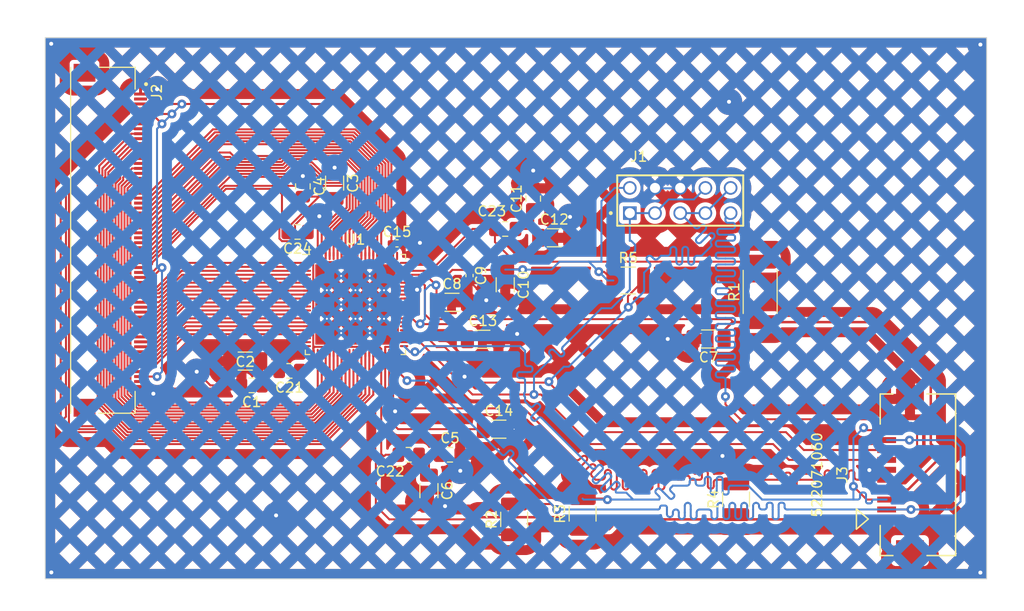
<source format=kicad_pcb>
(kicad_pcb (version 20241229) (generator "pcbnew") (generator_version "9.0")
  (layers (0 "F.Cu" signal) (2 "B.Cu" signal) (13 "F.Paste" user) (15 "B.Paste" user) (5 "F.SilkS" user "F.Silkscreen") (7 "B.SilkS" user "B.Silkscreen") (1 "F.Mask" user) (3 "B.Mask" user) (25 "Edge.Cuts" user))
  (net 0 "")
  (net 1 "+3V3")
  (net 2 "Net-(U1-nRESET)")
  (net 3 "GND")
  (net 4 "+1V8")
  (net 5 "SHIELD2DCTS")
  (net 6 "Net-(J2-Pin_6)")
  (net 7 "Net-(J2-Pin_7)")
  (net 8 "Net-(J2-Pin_8)")
  (net 9 "Net-(J2-Pin_9)")
  (net 10 "Net-(J2-Pin_10)")
  (net 11 "Net-(J2-Pin_11)")
  (net 12 "Net-(J2-Pin_12)")
  (net 13 "Net-(J2-Pin_13)")
  (net 14 "Net-(J2-Pin_14)")
  (net 15 "Net-(J2-Pin_15)")
  (net 16 "Net-(J2-Pin_16)")
  (net 17 "Net-(J2-Pin_17)")
  (net 18 "Net-(J2-Pin_18)")
  (net 19 "Net-(J2-Pin_19)")
  (net 20 "Net-(J2-Pin_20)")
  (net 21 "Net-(J2-Pin_21)")
  (net 22 "Net-(J2-Pin_22)")
  (net 23 "Net-(J2-Pin_23)")
  (net 24 "Net-(J2-Pin_24)")
  (net 25 "Net-(J2-Pin_25)")
  (net 26 "Net-(J2-Pin_26)")
  (net 27 "Net-(J2-Pin_27)")
  (net 28 "Net-(J2-Pin_28)")
  (net 29 "Net-(J2-Pin_29)")
  (net 30 "Net-(J2-Pin_30)")
  (net 31 "Net-(J2-Pin_31)")
  (net 32 "Net-(J2-Pin_32)")
  (net 33 "Net-(J2-Pin_33)")
  (net 34 "Net-(J2-Pin_34)")
  (net 35 "Net-(J2-Pin_35)")
  (net 36 "Net-(J2-Pin_39)")
  (net 37 "Net-(J2-Pin_40)")
  (net 38 "Net-(J2-pin_41)")
  (net 39 "Net-(J2-pin_42)")
  (net 40 "Net-(J2-Pin_43)")
  (net 41 "Net-(J2-Pin_44)")
  (net 42 "Net-(J2-Pin_45)")
  (net 43 "Net-(J2-Pin_46)")
  (net 44 "Net-(J2-Pin_47)")
  (net 45 "Net-(J2-Pin_48)")
  (net 46 "Net-(J2-Pin_49)")
  (net 47 "Net-(J2-Pin_50)")
  (net 48 "Net-(J2-Pin_51)")
  (net 49 "Net-(J2-Pin_52)")
  (net 50 "Net-(J2-Pin_53)")
  (net 51 "Net-(J2-Pin_54)")
  (net 52 "Net-(J2-Pin_55)")
  (net 53 "Net-(J2-Pin_56)")
  (net 54 "Net-(J2-Pin_57)")
  (net 56 "SLVnIRQ{slash}LINen")
  (net 57 "nSLVI²C{slash}MISO")
  (net 72 "Net-(J2-Pin_36)")
  (net 77 "Net-(C1-Pad1)")
  (net 78 "Net-(C24-Pad2)")
  (net 79 "Net-(C22-Pad1)")
  (net 80 "Net-(C11-Pad1)")
  (net 81 "nSLVI²CADDRSEL{slash}MOSI")
  (net 82 "SLVSCL/nSS/TX")
  (net 83 "SLVSDA/SCK/RX")
  (footprint "Footprints:SAMTEC_TSW-105-05-L-D" (layer "F.Cu") (at 138.16 64)
    (property "Reference" "J1")
    (property "Value" "TSW-105-05-L-D")
  )
  (footprint "Capacitor_SMD:C_0805_2012Metric_Pad1.18x1.45mm_HandSolder" (layer "F.Cu") (at 115.87 88.38 180)
    (property "Reference" "C22")
    (property "Value" "22uF")
  )
  (footprint "Capacitor_SMD:C_0402_1005Metric_Pad0.74x0.62mm_HandSolder" (layer "F.Cu") (at 122 70.3 -90)
    (property "Reference" "C9")
    (property "Value" "22uF")
  )
  (footprint "Capacitor_SMD:C_1206_3216Metric_Pad1.33x1.80mm_HandSolder" (layer "F.Cu") (at 125.6 71.23 -90)
    (property "Reference" "C10")
    (property "Value" "100nF")
  )
  (footprint "Capacitor_SMD:C_0805_2012Metric_Pad1.18x1.45mm_HandSolder" (layer "F.Cu") (at 104.6625 65.9 180)
    (property "Reference" "C24")
    (property "Value" "22uF")
  )
  (footprint "Capacitor_SMD:C_0805_2012Metric_Pad1.18x1.45mm_HandSolder" (layer "F.Cu") (at 128.42 62.54 90)
    (property "Reference" "C11")
    (property "Value" "1uF")
  )
  (footprint "Footprints:HRS_FH28-60S-0.5SH_05_" (layer "F.Cu") (at 88.84 66.74 -90)
    (property "Reference" "J2")
    (property "Value" "Hirose FH28-60S-0.5SH 60-way")
  )
  (footprint "Resistor_SMD:R_1210_3225Metric_Pad1.30x2.65mm_HandSolder" (layer "F.Cu") (at 138 70.8)
    (property "Reference" "R5")
    (property "Value" "10k")
  )
  (footprint "Resistor_SMD:R_1210_3225Metric_Pad1.30x2.65mm_HandSolder" (layer "F.Cu") (at 133.4 94.35 90)
    (property "Reference" "R3")
    (property "Value" "10k")
  )
  (footprint "Capacitor_SMD:C_1206_3216Metric_Pad1.33x1.80mm_HandSolder" (layer "F.Cu") (at 124.9625 85.8)
    (property "Reference" "C14")
    (property "Value" "100nF")
  )
  (footprint "Footprints:QFN-88_EP_9.8x9.8_Pitch0.4mm" (layer "F.Cu") (at 110.5 73.22)
    (property "Reference" "U1")
    (property "Value" "~")
  )
  (footprint "Capacitor_SMD:C_1206_3216Metric_Pad1.33x1.80mm_HandSolder" (layer "F.Cu") (at 117.91 92 -90)
    (property "Reference" "C6")
    (property "Value" "100nF")
  )
  (footprint "Capacitor_SMD:C_1206_3216Metric_Pad1.33x1.80mm_HandSolder" (layer "F.Cu") (at 120.2375 73)
    (property "Reference" "C8")
    (property "Value" "100nF")
  )
  (footprint "Capacitor_SMD:C_0805_2012Metric_Pad1.18x1.45mm_HandSolder" (layer "F.Cu") (at 103.85 79.92 180)
    (property "Reference" "C21")
    (property "Value" "22uF")
  )
  (footprint "Footprints:CON_522071060_MOL" (layer "F.Cu") (at 167.2 90.4 90)
    (property "Reference" "J3")
    (property "Value" "MOLEX 52207-1060 FPC")
  )
  (footprint "Capacitor_SMD:C_0805_2012Metric_Pad1.18x1.45mm_HandSolder" (layer "F.Cu") (at 100.0425 81.38 180)
    (property "Reference" "C1")
    (property "Value" "1uF")
  )
  (footprint "Capacitor_SMD:C_1206_3216Metric_Pad1.33x1.80mm_HandSolder" (layer "F.Cu") (at 99.3875 78.93 180)
    (property "Reference" "C2")
    (property "Value" "100nF")
  )
  (footprint "Capacitor_SMD:C_1206_3216Metric_Pad1.33x1.80mm_HandSolder" (layer "F.Cu") (at 146.1 76.7 180)
    (property "Reference" "C7")
    (property "Value" "10nF")
  )
  (footprint "Resistor_SMD:R_1210_3225Metric_Pad1.30x2.65mm_HandSolder" (layer "F.Cu") (at 126.5 94.9 90)
    (property "Reference" "R2")
    (property "Value" "10k")
  )
  (footprint "Capacitor_SMD:C_1206_3216Metric_Pad1.33x1.80mm_HandSolder" (layer "F.Cu") (at 108.4 60.975 -90)
    (property "Reference" "C3")
    (property "Value" "100nF" (hide yes))
  )
  (footprint "Capacitor_SMD:C_1206_3216Metric_Pad1.33x1.80mm_HandSolder" (layer "F.Cu") (at 123.35 76.73)
    (property "Reference" "C13")
    (property "Value" "100nF")
  )
  (footprint "Capacitor_SMD:C_0805_2012Metric_Pad1.18x1.45mm_HandSolder" (layer "F.Cu") (at 125.6 65.6)
    (property "Reference" "C23")
    (property "Value" "22uF")
  )
  (footprint "Capacitor_SMD:C_0402_1005Metric_Pad0.74x0.62mm_HandSolder" (layer "F.Cu") (at 114.69 67.05)
    (property "Reference" "C15")
    (property "Value" "1nF")
  )
  (footprint "Resistor_SMD:R_2512_6332Metric_Pad1.40x3.35mm_HandSolder" (layer "F.Cu") (at 151.3 71.95 90)
    (property "Reference" "R1")
    (property "Value" "3K3")
  )
  (footprint "Capacitor_SMD:C_1206_3216Metric_Pad1.33x1.80mm_HandSolder" (layer "F.Cu") (at 130.5425 66.49)
    (property "Reference" "C12")
    (property "Value" "100nF")
  )
  (footprint "Resistor_SMD:R_1210_3225Metric_Pad1.30x2.65mm_HandSolder" (layer "F.Cu") (at 148.87 92.87 90)
    (property "Reference" "R4")
    (property "Value" "10k")
  )
  (footprint "Capacitor_SMD:C_0805_2012Metric_Pad1.18x1.45mm_HandSolder" (layer "F.Cu") (at 120.03 88.38)
    (property "Reference" "C5")
    (property "Value" "1uF")
  )
  (footprint "Capacitor_SMD:C_0805_2012Metric_Pad1.18x1.45mm_HandSolder" (layer "F.Cu") (at 105.2 61.3 -90)
    (property "Reference" "C4")
    (property "Value" "1uF")
  )
  (gr_rect (start 79.23 46.3) (end 174.13 100.9) (stroke (width 0.1)) (fill no) (layer "Edge.Cuts"))
  (segment (start 136.4 94.899991) (end 148.87 94.899991) (width 0.25) (layer "F.Cu") (net 1))
  (segment (start 106.3 78.5075) (end 106.3 78.12) (width 0.2) (layer "F.Cu") (net 1))
  (segment (start 113.54 88.38) (end 114.8325 88.38) (width 0.2) (layer "F.Cu") (net 1))
  (segment (start 106.249 78.069) (end 106.249 77.65) (width 0.2) (layer "F.Cu") (net 1))
  (segment (start 113.1 78.12) (end 113.1 77.694) (width 0.2) (layer "F.Cu") (net 1))
  (segment (start 114.775 69.82) (end 114.775 68.993) (width 0.2) (layer "F.Cu") (net 1))
  (segment (start 106.405 77.494) (end 106.249 77.65) (width 0.2) (layer "F.Cu") (net 1))
  (segment (start 124.5625 66.922762) (end 124.5625 65.6) (width 0.2) (layer "F.Cu") (net 1))
  (segment (start 113.3 88.5) (end 112.56 89.24) (width 0.2) (layer "F.Cu") (net 1))
  (segment (start 136.4 95.6) (end 136.4 94.899991) (width 0.2) (layer "F.Cu") (net 1))
  (segment (start 148.87 94.899991) (end 150.3 94.899991) (width 0.25) (layer "F.Cu") (net 1))
  (segment (start 150.3 94.899991) (end 150.6 94.899991) (width 0.25) (layer "F.Cu") (net 1))
  (segment (start 113.1 88.3) (end 113.3 88.5) (width 0.2) (layer "F.Cu") (net 1))
  (segment (start 112.56 89.24) (end 112.56 93.54) (width 0.2) (layer "F.Cu") (net 1))
  (segment (start 104.8875 79.92) (end 106.3 78.5075) (width 0.2) (layer "F.Cu") (net 1))
  (segment (start 150.4 94.799991) (end 150.3 94.899991) (width 0.2) (layer "F.Cu") (net 1))
  (segment (start 112.9 77.494) (end 106.405 77.494) (width 0.2) (layer "F.Cu") (net 1))
  (segment (start 114.727 68.945) (end 106.3 68.945) (width 0.2) (layer "F.Cu") (net 1))
  (segment (start 123.45 96.45) (end 122.6 95.6) (width 0.2) (layer "F.Cu") (net 1))
  (segment (start 105.29 67.31) (end 105.29 66.31) (width 0.2) (layer "F.Cu") (net 1))
  (segment (start 136.1 95.9) (end 136.4 95.6) (width 0.2) (layer "F.Cu") (net 1))
  (segment (start 113.1 78.12) (end 113.1 88.3) (width 0.2) (layer "F.Cu") (net 1))
  (segment (start 126.539738 68.9) (end 124.5625 66.922762) (width 0.2) (layer "F.Cu") (net 1))
  (segment (start 122.7 95.5) (end 122.7 94.899991) (width 0.2) (layer "F.Cu") (net 1))
  (segment (start 122.7 94.899991) (end 122.919991 94.68) (width 0.25) (layer "F.Cu") (net 1))
  (segment (start 106.249 68.371) (end 106.3 68.32) (width 0.2) (layer "F.Cu") (net 1))
  (segment (start 126.5 96.45) (end 123.45 96.45) (width 0.2) (layer "F.Cu") (net 1))
  (segment (start 112.56 93.54) (end 113.919991 94.899991) (width 0.2) (layer "F.Cu") (net 1))
  (segment (start 114.775 68.993) (end 114.727 68.945) (width 0.2) (layer "F.Cu") (net 1))
  (segment (start 135.8 94.899991) (end 136.4 94.899991) (width 0.25) (layer "F.Cu") (net 1))
  (segment (start 118.08 69.82) (end 122.3 65.6) (width 0.2) (layer "F.Cu") (net 1))
  (segment (start 113.1 77.694) (end 112.9 77.494) (width 0.2) (layer "F.Cu") (net 1))
  (segment (start 106.249 77.65) (end 106.249 68.371) (width 0.2) (layer "F.Cu") (net 1))
  (segment (start 151.3 68.9) (end 126.539738 68.9) (width 0.2) (layer "F.Cu") (net 1))
  (segment (start 122.3 65.6) (end 124.5625 65.6) (width 0.2) (layer "F.Cu") (net 1))
  (segment (start 106.3 68.32) (end 105.29 67.31) (width 0.2) (layer "F.Cu") (net 1))
  (segment (start 115.4 69.82) (end 118.08 69.82) (width 0.2) (layer "F.Cu") (net 1))
  (segment (start 106.3 78.12) (end 106.249 78.069) (width 0.2) (layer "F.Cu") (net 1))
  (segment (start 113.919991 94.899991) (end 122.7 94.899991) (width 0.2) (layer "F.Cu") (net 1))
  (segment (start 150.8 68.4) (end 151.3 68.9) (width 0.2) (layer "F.Cu") (net 1))
  (segment (start 122.919991 94.68) (end 135.580009 94.68) (width 0.25) (layer "F.Cu") (net 1))
  (segment (start 135.580009 94.68) (end 135.8 94.899991) (width 0.25) (layer "F.Cu") (net 1))
  (segment (start 115.4 69.82) (end 114.775 69.82) (width 0.2) (layer "F.Cu") (net 1))
  (segment (start 122.6 95.6) (end 122.7 95.5) (width 0.2) (layer "F.Cu") (net 1))
  (segment (start 113.42 88.5) (end 113.54 88.38) (width 0.2) (layer "F.Cu") (net 1))
  (segment (start 148.87 94.42) (end 148.87 94.899991) (width 0.2) (layer "F.Cu") (net 1))
  (segment (start 150.6 94.899991) (end 164.050001 94.899991) (width 0.25) (layer "F.Cu") (net 1))
  (segment (start 105.29 66.31) (end 105.7 65.9) (width 0.2) (layer "F.Cu") (net 1))
  (segment (start 133.4 95.9) (end 136.1 95.9) (width 0.2) (layer "F.Cu") (net 1))
  (segment (start 113.3 88.5) (end 113.42 88.5) (width 0.2) (layer "F.Cu") (net 1))
  (segment (start 168.5 81) (end 168.5 87.27038) (width 0.25) (layer "F.Cu") (net 2))
  (segment (start 166.199627 91.899992) (end 164.050001 91.899992) (width 0.25) (layer "F.Cu") (net 2))
  (segment (start 169.53 88.30038) (end 169.53 88.56962) (width 0.25) (layer "F.Cu") (net 2))
  (segment (start 147.6625 75.8375) (end 147.6625 76.7) (width 0.25) (layer "F.Cu") (net 2))
  (segment (start 117.5 74.21) (end 117.5 71.3) (width 0.2) (layer "F.Cu") (net 2))
  (segment (start 148.6 75) (end 148.5 75) (width 0.25) (layer "F.Cu") (net 2))
  (segment (start 148.5 75) (end 147.6625 75.8375) (width 0.25) (layer "F.Cu") (net 2))
  (segment (start 117.5 71.3) (end 117.22 71.02) (width 0.2) (layer "F.Cu") (net 2))
  (segment (start 117.99 74.7) (end 117.5 74.21) (width 0.2) (layer "F.Cu") (net 2))
  (segment (start 168.5 87.27038) (end 169.53 88.30038) (width 0.25) (layer "F.Cu") (net 2))
  (segment (start 117.22 71.02) (end 115.4 71.02) (width 0.2) (layer "F.Cu") (net 2))
  (segment (start 151.3 75) (end 162.5 75) (width 0.25) (layer "F.Cu") (net 2))
  (segment (start 151.3 75) (end 148.6 75) (width 0.25) (layer "F.Cu") (net 2))
  (segment (start 148.6 75) (end 148.3 74.7) (width 0.2) (layer "F.Cu") (net 2))
  (segment (start 162.5 75) (end 168.5 81) (width 0.25) (layer "F.Cu") (net 2))
  (segment (start 169.53 88.56962) (end 166.199627 91.899992) (width 0.25) (layer "F.Cu") (net 2))
  (segment (start 148.3 74.7) (end 117.99 74.7) (width 0.2) (layer "F.Cu") (net 2))
  (segment (start 164.050001 89.899991) (end 162.331267 89.899991) (width 0.2) (layer "F.Cu") (net 3))
  (segment (start 162.331267 89.899991) (end 162.304444 89.926814) (width 0.2) (layer "F.Cu") (net 3))
  (segment (start 115.4 71.82) (end 116.28 71.82) (width 0.2) (layer "F.Cu") (net 3))
  (segment (start 115.4 72.62) (end 116.28 72.62) (width 0.2) (layer "F.Cu") (net 3))
  (segment (start 124.9125 76.73) (end 126.26 76.73) (width 0.2) (layer "F.Cu") (net 3))
  (segment (start 125.6 72.7925) (end 123.69 72.7925) (width 0.2) (layer "F.Cu") (net 3))
  (segment (start 121.0675 89.9975) (end 121.07 90) (width 0.2) (layer "F.Cu") (net 3))
  (segment (start 116.71 72.19) (end 116.71 71.73) (width 0.2) (layer "F.Cu") (net 3))
  (segment (start 88.84 81.49) (end 89.57 82.22) (width 0.2) (layer "F.Cu") (net 3))
  (segment (start 88.84 51.99) (end 90.01 51.99) (width 0.2) (layer "F.Cu") (net 3))
  (segment (start 89.57 82.22) (end 90.13 82.22) (width 0.2) (layer "F.Cu") (net 3))
  (segment (start 115.2575 67.05) (end 116.95 67.05) (width 0.2) (layer "F.Cu") (net 3))
  (segment (start 99.005 81.38) (end 95.88 81.38) (width 0.2) (layer "F.Cu") (net 3))
  (segment (start 116.37 71.73) (end 116.71 71.73) (width 0.2) (layer "F.Cu") (net 3))
  (segment (start 121.0675 88.38) (end 121.0675 89.9975) (width 0.2) (layer "F.Cu") (net 3))
  (segment (start 117 67) (end 116.95 67.05) (width 0.2) (layer "F.Cu") (net 3))
  (segment (start 113.9 83.4) (end 114.5 84) (width 0.2) (layer "F.Cu") (net 3))
  (segment (start 123.69 72.5575) (end 123.69 72.7925) (width 0.2) (layer "F.Cu") (net 3))
  (segment (start 113.38 70.34) (end 113.38 76.1) (width 0.2) (layer "F.Cu") (net 3))
  (segment (start 116.28 72.73) (end 116.28 72.62) (width 0.2) (layer "F.Cu") (net 3))
  (segment (start 90.01 51.99) (end 90.5 51.5) (width 0.2) (layer "F.Cu") (net 3))
  (segment (start 132.105 64.405) (end 132.13 64.38) (width 0.2) (layer "F.Cu") (net 3))
  (segment (start 117.91 93.5625) (end 119.5325 93.5625) (width 0.2) (layer "F.Cu") (net 3))
  (segment (start 107.62 70.34) (end 107.62 76.1) (width 0.2) (layer "F.Cu") (net 3))
  (segment (start 122 70.8675) (end 123.69 72.5575) (width 0.2) (layer "F.Cu") (net 3))
  (segment (start 110.5 76.1) (end 110.5 70.34) (width 0.2) (layer "F.Cu") (net 3))
  (segment (start 106.7 68.32) (end 106.7 64.48) (width 0.2) (layer "F.Cu") (net 3))
  (segment (start 116.28 72.62) (end 116.71 72.19) (width 0.2) (layer "F.Cu") (net 3))
  (segment (start 113.38 73.22) (end 107.62 73.22) (width 0.2) (layer "F.Cu") (net 3))
  (segment (start 116.28 71.82) (end 116.37 71.73) (width 0.2) (layer "F.Cu") (net 3))
  (segment (start 97.825 78.93) (end 95.57 78.93) (width 0.2) (layer "F.Cu") (net 3))
  (segment (start 132.105 66.49) (end 132.105 64.405) (width 0.2) (layer "F.Cu") (net 3))
  (segment (start 106.7 64.48) (end 106.86 64.32) (width 0.2) (layer "F.Cu") (net 3))
  (segment (start 95.57 78.93) (end 94.5 80) (width 0.2) (layer "F.Cu") (net 3))
  (segment (start 141.982271 76.7) (end 141.975012 76.707259) (width 0.2) (layer "F.Cu") (net 3))
  (segment (start 144.5375 76.7) (end 141.982271 76.7) (width 0.2) (layer "F.Cu") (net 3))
  (segment (start 115.4 71.42) (end 116.4 71.42) (width 0.2) (layer "F.Cu") (net 3))
  (segment (start 95.88 81.38) (end 94.5 80) (width 0.2) (layer "F.Cu") (net 3))
  (segment (start 113.38 70.34) (end 107.62 70.34) (width 0.2) (layer "F.Cu") (net 3))
  (segment (start 107.62 76.1) (end 113.38 76.1) (width 0.2) (layer "F.Cu") (net 3))
  (segment (start 128.42 59.71) (end 128.42 61.5025) (width 0.2) (layer "F.Cu") (net 3))
  (segment (start 123.69 72.7925) (end 122.0075 72.7925) (width 0.2) (layer "F.Cu") (net 3))
  (segment (start 116.4 71.42) (end 116.71 71.73) (width 0.2) (layer "F.Cu") (net 3))
  (segment (start 115.4 73.02) (end 115.99 73.02) (width 0.2) (layer "F.Cu") (net 3))
  (segment (start 115.99 73.02) (end 116.28 72.73) (width 0.2) (layer "F.Cu") (net 3))
  (segment (start 113.9 78.12) (end 113.9 83.4) (width 0.2) (layer "F.Cu") (net 3))
  (segment (start 126.26 76.73) (end 126.8 76.19) (width 0.2) (layer "F.Cu") (net 3))
  (segment (start 122.0075 72.7925) (end 121.8 73) (width 0.2) (layer "F.Cu") (net 3))
  (via (at 105.2 60.2625) (size 0.9) (drill 0.4) (layers "F.Cu" "B.Cu") (net 3))
  (via (at 94.5 80) (size 0.9) (drill 0.4) (layers "F.Cu" "B.Cu") (net 3))
  (via (at 126.8 76.19) (size 0.9) (drill 0.4) (layers "F.Cu" "B.Cu") (net 3))
  (via (at 79.832651 46.916876) (size 0.9) (drill 0.4) (layers "F.Cu" "B.Cu") (net 3))
  (via (at 79.8453 100.249371) (size 0.9) (drill 0.4) (layers "F.Cu" "B.Cu") (net 3))
  (via (at 102.5 94.5) (size 0.9) (drill 0.4) (layers "F.Cu" "B.Cu") (net 3))
  (via (at 121.07 90) (size 0.9) (drill 0.4) (layers "F.Cu" "B.Cu") (net 3))
  (via (at 141.982271 76.699998) (size 0.9) (drill 0.4) (layers "F.Cu" "B.Cu") (net 3))
  (via (at 121.5 80.5) (size 0.9) (drill 0.4) (layers "F.Cu" "B.Cu") (net 3))
  (via (at 123.69 72.7925) (size 0.9) (drill 0.4) (layers "F.Cu" "B.Cu") (net 3))
  (via (at 117 67) (size 0.9) (drill 0.4) (layers "F.Cu" "B.Cu") (net 3))
  (via (at 126.5 85.8) (size 0.15) (drill 0.1) (layers "F.Cu" "B.Cu") (net 3))
  (via (at 90.5 51.5) (size 0.9) (drill 0.4) (layers "F.Cu" "B.Cu") (net 3))
  (via (at 162.304444 89.926814) (size 0.9) (drill 0.4) (layers "F.Cu" "B.Cu") (net 3))
  (via (at 173.497642 100.271056) (size 0.9) (drill 0.4) (layers "F.Cu" "B.Cu") (net 3))
  (via (at 128.42 59.71) (size 0.9) (drill 0.4) (layers "F.Cu" "B.Cu") (net 3))
  (via (at 90.13 82.22) (size 0.9) (drill 0.4) (layers "F.Cu" "B.Cu") (net 3))
  (via (at 119.5325 93.5625) (size 0.9) (drill 0.4) (layers "F.Cu" "B.Cu") (net 3))
  (via (at 108.4 59.4125) (size 0.9) (drill 0.4) (layers "F.Cu" "B.Cu") (net 3))
  (via (at 114.5 84) (size 0.9) (drill 0.4) (layers "F.Cu" "B.Cu") (net 3))
  (via (at 106.86 64.32) (size 0.9) (drill 0.4) (layers "F.Cu" "B.Cu") (net 3))
  (via (at 132.13 64.38) (size 0.9) (drill 0.4) (layers "F.Cu" "B.Cu") (net 3))
  (via (at 173.5 47) (size 0.9) (drill 0.4) (layers "F.Cu" "B.Cu") (net 3))
  (via (at 148.16 52.77) (size 0.9) (drill 0.4) (layers "F.Cu" "B.Cu") (net 3))
  (via (at 116.71 71.73) (size 0.9) (drill 0.4) (layers "F.Cu" "B.Cu") (net 3))
  (via (at 147.5 88.5) (size 0.9) (drill 0.4) (layers "F.Cu" "B.Cu") (net 3))
  (segment (start 143.24 61.46) (end 143.2 61.5) (width 0.2) (layer "B.Cu") (net 3))
  (segment (start 140.7 61.5) (end 140.7 61.46) (width 0.2) (layer "B.Cu") (net 3))
  (segment (start 143.2 61.5) (end 140.7 61.5) (width 0.2) (layer "B.Cu") (net 3))
  (segment (start 113.5 77.495) (end 114.727 77.495) (width 0.2) (layer "F.Cu") (net 4))
  (segment (start 117.98 70.62) (end 118.62 71.26) (width 0.2) (layer "F.Cu") (net 4))
  (segment (start 114.774 74.744678) (end 114.774 74.495322) (width 0.2) (layer "F.Cu") (net 4))
  (segment (start 127.3275 69.6675) (end 127.33 69.67) (width 0.2) (layer "F.Cu") (net 4))
  (segment (start 120.2675 69.7325) (end 122 69.7325) (width 0.2) (layer "F.Cu") (net 4))
  (segment (start 114.950322 74.319) (end 114.956 74.319) (width 0.2) (layer "F.Cu") (net 4))
  (segment (start 115.4 74.22) (end 115.82 74.22) (width 0.2) (layer "F.Cu") (net 4))
  (segment (start 125.5675 69.7) (end 125.6 69.7) (width 0.2) (layer "F.Cu") (net 4))
  (segment (start 114.8 85.8) (end 113.5 84.5) (width 0.2) (layer "F.Cu") (net 4))
  (segment (start 125.535 69.7325) (end 125.5675 69.7) (width 0.2) (layer "F.Cu") (net 4))
  (segment (start 116.8 75.2) (end 117 75.2) (width 0.2) (layer "F.Cu") (net 4))
  (segment (start 119.78 70.22) (end 115.4 70.22) (width 0.2) (layer "F.Cu") (net 4))
  (segment (start 119.78 70.22) (end 120.2675 69.7325) (width 0.2) (layer "F.Cu") (net 4))
  (segment (start 120.2075 75.2) (end 121.7775 76.77) (width 0.2) (layer "F.Cu") (net 4))
  (segment (start 136.45 70.8) (end 135.59 69.94) (width 0.2) (layer "F.Cu") (net 4))
  (segment (start 125.6 69.7) (end 125.6 69.6675) (width 0.2) (layer "F.Cu") (net 4))
  (segment (start 118.675 73) (end 118.675 71.315) (width 0.2) (layer "F.Cu") (net 4))
  (segment (start 115.055 74.22) (end 115.4 74.22) (width 0.2) (layer "F.Cu") (net 4))
  (segment (start 118.675 71.315) (end 118.62 71.26) (width 0.2) (layer "F.Cu") (net 4))
  (segment (start 123.4 85.8) (end 114.8 85.8) (width 0.2) (layer "F.Cu") (net 4))
  (segment (start 125.6 69.6675) (end 127.3275 69.6675) (width 0.2) (layer "F.Cu") (net 4))
  (segment (start 122 69.7325) (end 125.535 69.7325) (width 0.2) (layer "F.Cu") (net 4))
  (segment (start 115.4 70.62) (end 115.4 70.22) (width 0.2) (layer "F.Cu") (net 4))
  (segment (start 115.82 74.22) (end 116.8 75.2) (width 0.2) (layer "F.Cu") (net 4))
  (segment (start 114.956 74.319) (end 115.055 74.22) (width 0.2) (layer "F.Cu") (net 4))
  (segment (start 114.775 77.447) (end 114.775 74.745678) (width 0.2) (layer "F.Cu") (net 4))
  (segment (start 113.5 84.5) (end 113.5 78.12) (width 0.2) (layer "F.Cu") (net 4))
  (segment (start 114.727 77.495) (end 114.775 77.447) (width 0.2) (layer "F.Cu") (net 4))
  (segment (start 114.775 74.745678) (end 114.774 74.744678) (width 0.2) (layer "F.Cu") (net 4))
  (segment (start 114.774 74.495322) (end 114.950322 74.319) (width 0.2) (layer "F.Cu") (net 4))
  (segment (start 113.5 78.12) (end 113.5 77.495) (width 0.2) (layer "F.Cu") (net 4))
  (segment (start 135.59 69.94) (end 135.05 69.94) (width 0.2) (layer "F.Cu") (net 4))
  (segment (start 122.065 69.6675) (end 122 69.7325) (width 0.2) (layer "F.Cu") (net 4))
  (segment (start 125.6 69.6675) (end 125.6 69.6675) (width 0.2) (layer "F.Cu") (net 4))
  (segment (start 117 75.2) (end 120.2075 75.2) (width 0.2) (layer "F.Cu") (net 4))
  (segment (start 115.4 70.62) (end 117.98 70.62) (width 0.2) (layer "F.Cu") (net 4))
  (via (at 118.62 71.26) (size 0.9) (drill 0.4) (layers "F.Cu" "B.Cu") (net 4))
  (via (at 135.0325 69.9075) (size 0.9) (drill 0.4) (layers "F.Cu" "B.Cu") (net 4))
  (via (at 127.36 69.7) (size 0.9) (drill 0.4) (layers "F.Cu" "B.Cu") (net 4))
  (via (at 117.025 75.175) (size 0.9) (drill 0.4) (layers "F.Cu" "B.Cu") (net 4))
  (segment (start 138.16 61.46) (end 136.64 61.46) (width 0.2) (layer "B.Cu") (net 4))
  (segment (start 117.025 75.175) (end 117.5 74.7) (width 0.2) (layer "B.Cu") (net 4))
  (segment (start 117.5 71.78) (end 118.02 71.26) (width 0.2) (layer "B.Cu") (net 4))
  (segment (start 135.3 68.9) (end 134 68.9) (width 0.2) (layer "B.Cu") (net 4))
  (segment (start 131.065686 68.9) (end 130.265686 69.7) (width 0.2) (layer "B.Cu") (net 4))
  (segment (start 135.3 68.3) (end 135.3 68.9) (width 0.2) (layer "B.Cu") (net 4))
  (segment (start 136.64 61.46) (end 135.3 62.8) (width 0.2) (layer "B.Cu") (net 4))
  (segment (start 127.36 69.7) (end 125.6 69.7) (width 0.2) (layer "B.Cu") (net 4))
  (segment (start 117.5 74.7) (end 117.5 71.78) (width 0.2) (layer "B.Cu") (net 4))
  (segment (start 134.025 68.9) (end 134 68.9) (width 0.2) (layer "B.Cu") (net 4))
  (segment (start 135.3 62.8) (end 135.3 68.3) (width 0.2) (layer "B.Cu") (net 4))
  (segment (start 118.02 71.26) (end 118.62 71.26) (width 0.2) (layer "B.Cu") (net 4))
  (segment (start 134 68.9) (end 131.065686 68.9) (width 0.2) (layer "B.Cu") (net 4))
  (segment (start 117 75.2) (end 117.025 75.175) (width 0.2) (layer "B.Cu") (net 4))
  (segment (start 135.0325 69.9075) (end 134.025 68.9) (width 0.2) (layer "B.Cu") (net 4))
  (segment (start 135.925 70.8) (end 135.5 70.375) (width 0.2) (layer "B.Cu") (net 4))
  (segment (start 136.5 70.8) (end 135.925 70.8) (width 0.2) (layer "B.Cu") (net 4))
  (segment (start 130.265686 69.7) (end 127.36 69.7) (width 0.2) (layer "B.Cu") (net 4))
  (segment (start 135.5 70.375) (end 135.0325 69.9075) (width 0.2) (layer "B.Cu") (net 4))
  (segment (start 114.1225 58.759444) (end 108.353056 52.99) (width 0.2) (layer "F.Cu") (net 5))
  (segment (start 113.5 68.32) (end 113.5 67.8) (width 0.2) (layer "F.Cu") (net 5))
  (segment (start 88.84 80.49) (end 90.49 80.49) (width 0.2) (layer "F.Cu") (net 5))
  (segment (start 88.84 53.99) (end 89.99 53.99) (width 0.2) (layer "F.Cu") (net 5))
  (segment (start 88.84 53.49) (end 90.49 53.49) (width 0.2) (layer "F.Cu") (net 5))
  (segment (start 90.01 70.49) (end 88.84 70.49) (width 0.2) (layer "F.Cu") (net 5))
  (segment (start 89.99 53.99) (end 91 55) (width 0.2) (layer "F.Cu") (net 5))
  (segment (start 90.49 53.49) (end 90.5 53.5) (width 0.2) (layer "F.Cu") (net 5))
  (segment (start 90.5 69.5) (end 91 69.5) (width 0.2) (layer "F.Cu") (net 5))
  (segment (start 90.5 52.99) (end 88.84 52.99) (width 0.2) (layer "F.Cu") (net 5))
  (segment (start 90.49 80.49) (end 90.5 80.5) (width 0.2) (layer "F.Cu") (net 5))
  (segment (start 108.353056 52.99) (end 90.5 52.99) (width 0.2) (layer "F.Cu") (net 5))
  (segment (start 90.49 53.49) (end 91 54) (width 0.2) (layer "F.Cu") (net 5))
  (segment (start 114.1225 67.05) (end 114.1225 58.759444) (width 0.2) (layer "F.Cu") (net 5))
  (segment (start 114.1225 67.1775) (end 114.1225 67.05) (width 0.2) (layer "F.Cu") (net 5))
  (segment (start 90.01 69.99) (end 90.5 69.5) (width 0.2) (layer "F.Cu") (net 5))
  (segment (start 88.84 69.99) (end 90.01 69.99) (width 0.2) (layer "F.Cu") (net 5))
  (segment (start 91 54) (end 92 54) (width 0.2) (layer "F.Cu") (net 5))
  (segment (start 91 69.5) (end 90.01 70.49) (width 0.2) (layer "F.Cu") (net 5))
  (segment (start 113.5 67.8) (end 114.1225 67.1775) (width 0.2) (layer "F.Cu") (net 5))
  (via (at 91 69.5) (size 0.9) (drill 0.4) (layers "F.Cu" "B.Cu") (net 5))
  (via (at 92 54) (size 0.9) (drill 0.4) (layers "F.Cu" "B.Cu") (net 5))
  (via (at 93 53) (size 0.9) (drill 0.4) (layers "F.Cu" "B.Cu") (net 5))
  (via (at 90.505 80.495) (size 0.9) (drill 0.4) (layers "F.Cu" "B.Cu") (net 5))
  (via (at 91 55) (size 0.9) (drill 0.4) (layers "F.Cu" "B.Cu") (net 5))
  (segment (start 90.5 69.5) (end 91 69.5) (width 0.2) (layer "B.Cu") (net 5))
  (segment (start 90.5 80.5) (end 90.505 80.495) (width 0.2) (layer "B.Cu") (net 5))
  (segment (start 91 80) (end 91 69.5) (width 0.2) (layer "B.Cu") (net 5))
  (segment (start 90.5 69.5) (end 90.5 55.5) (width 0.2) (layer "B.Cu") (net 5))
  (segment (start 90.505 80.495) (end 91 80) (width 0.2) (layer "B.Cu") (net 5))
  (segment (start 90.5 55.5) (end 93 53) (width 0.2) (layer "B.Cu") (net 5))
  (segment (start 87.456 87.306) (end 87.046304 87.306) (width 0.2) (layer "F.Cu") (net 6))
  (segment (start 80.789 84.645322) (end 80.79 84.644322) (width 0.2) (layer "F.Cu") (net 6))
  (segment (start 112.3 78.12) (end 112.3 82.325848) (width 0.2) (layer "F.Cu") (net 6))
  (segment (start 80.789 85.309) (end 80.789 84.645322) (width 0.2) (layer "F.Cu") (net 6))
  (segment (start 87.457 87.307) (end 87.456 87.306) (width 0.2) (layer "F.Cu") (net 6))
  (segment (start 87.046304 87.306) (end 85.83989 86.099586) (width 0.2) (layer "F.Cu") (net 6))
  (segment (start 107.318848 87.307) (end 87.457 87.307) (width 0.2) (layer "F.Cu") (net 6))
  (segment (start 85.83989 86.099586) (end 81.579586 86.099586) (width 0.2) (layer "F.Cu") (net 6))
  (segment (start 81.579586 86.099586) (end 80.789 85.309) (width 0.2) (layer "F.Cu") (net 6))
  (segment (start 112.3 82.325848) (end 107.318848 87.307) (width 0.2) (layer "F.Cu") (net 6))
  (segment (start 80.79 61.69) (end 87.99 54.49) (width 0.2) (layer "F.Cu") (net 6))
  (segment (start 87.99 54.49) (end 88.84 54.49) (width 0.2) (layer "F.Cu") (net 6))
  (segment (start 80.79 84.644322) (end 80.79 61.69) (width 0.2) (layer "F.Cu") (net 6))
  (segment (start 81.32 84.54) (end 81.32 61.64) (width 0.2) (layer "F.Cu") (net 7))
  (segment (start 81.70385 85.799586) (end 81.09 85.185736) (width 0.2) (layer "F.Cu") (net 7))
  (segment (start 111.9 82.30017) (end 107.19417 87.006) (width 0.2) (layer "F.Cu") (net 7))
  (segment (start 81.32 61.64) (end 87.97 54.99) (width 0.2) (layer "F.Cu") (net 7))
  (segment (start 107.19417 87.006) (end 87.170568 87.006) (width 0.2) (layer "F.Cu") (net 7))
  (segment (start 111.9 78.12) (end 111.9 82.30017) (width 0.2) (layer "F.Cu") (net 7))
  (segment (start 81.09 85.185736) (end 81.09 84.77) (width 0.2) (layer "F.Cu") (net 7))
  (segment (start 85.964154 85.799586) (end 81.70385 85.799586) (width 0.2) (layer "F.Cu") (net 7))
  (segment (start 87.97 54.99) (end 88.84 54.99) (width 0.2) (layer "F.Cu") (net 7))
  (segment (start 81.09 84.77) (end 81.32 84.54) (width 0.2) (layer "F.Cu") (net 7))
  (segment (start 87.170568 87.006) (end 85.964154 85.799586) (width 0.2) (layer "F.Cu") (net 7))
  (segment (start 81.62 61.86) (end 81.62 85.291472) (width 0.2) (layer "F.Cu") (net 8))
  (segment (start 81.62 85.291472) (end 81.828114 85.499586) (width 0.2) (layer "F.Cu") (net 8))
  (segment (start 87.99 55.49) (end 81.62 61.86) (width 0.2) (layer "F.Cu") (net 8))
  (segment (start 107.069906 86.706) (end 111.5 82.275906) (width 0.2) (layer "F.Cu") (net 8))
  (segment (start 86.088418 85.499586) (end 87.294832 86.706) (width 0.2) (layer "F.Cu") (net 8))
  (segment (start 88.84 55.49) (end 87.99 55.49) (width 0.2) (layer "F.Cu") (net 8))
  (segment (start 81.828114 85.499586) (end 86.088418 85.499586) (width 0.2) (layer "F.Cu") (net 8))
  (segment (start 87.294832 86.706) (end 107.069906 86.706) (width 0.2) (layer "F.Cu") (net 8))
  (segment (start 111.5 82.275906) (end 111.5 78.12) (width 0.2) (layer "F.Cu") (net 8))
  (segment (start 84.52 83.506904) (end 84.52 60.272096) (width 0.2) (layer "F.Cu") (net 9))
  (segment (start 87.419096 86.406) (end 84.52 83.506904) (width 0.2) (layer "F.Cu") (net 9))
  (segment (start 84.67 60.122096) (end 84.67 59.234264) (width 0.2) (layer "F.Cu") (net 9))
  (segment (start 111.1 82.251642) (end 106.945642 86.406) (width 0.2) (layer "F.Cu") (net 9))
  (segment (start 84.67 59.234264) (end 87.914264 55.99) (width 0.2) (layer "F.Cu") (net 9))
  (segment (start 87.914264 55.99) (end 88.84 55.99) (width 0.2) (layer "F.Cu") (net 9))
  (segment (start 111.1 78.12) (end 111.1 82.251642) (width 0.2) (layer "F.Cu") (net 9))
  (segment (start 106.945642 86.406) (end 87.419096 86.406) (width 0.2) (layer "F.Cu") (net 9))
  (segment (start 84.52 60.272096) (end 84.67 60.122096) (width 0.2) (layer "F.Cu") (net 9))
  (segment (start 87.99 56.49) (end 88.84 56.49) (width 0.2) (layer "F.Cu") (net 10))
  (segment (start 87.54336 86.106) (end 84.82 83.38264) (width 0.2) (layer "F.Cu") (net 10))
  (segment (start 84.988 60.22836) (end 84.988 59.492) (width 0.2) (layer "F.Cu") (net 10))
  (segment (start 106.821378 86.106) (end 87.54336 86.106) (width 0.2) (layer "F.Cu") (net 10))
  (segment (start 84.82 83.38264) (end 84.82 60.39636) (width 0.2) (layer "F.Cu") (net 10))
  (segment (start 84.988 59.492) (end 87.99 56.49) (width 0.2) (layer "F.Cu") (net 10))
  (segment (start 84.82 60.39636) (end 84.988 60.22836) (width 0.2) (layer "F.Cu") (net 10))
  (segment (start 110.7 78.12) (end 110.7 82.227378) (width 0.2) (layer "F.Cu") (net 10))
  (segment (start 110.7 82.227378) (end 106.821378 86.106) (width 0.2) (layer "F.Cu") (net 10))
  (segment (start 106.697114 85.806) (end 110.3 82.203114) (width 0.2) (layer "F.Cu") (net 11))
  (segment (start 85.288 60.352624) (end 85.12 60.520624) (width 0.2) (layer "F.Cu") (net 11))
  (segment (start 110.3 82.203114) (end 110.3 78.12) (width 0.2) (layer "F.Cu") (net 11))
  (segment (start 88.84 56.99) (end 87.99 56.99) (width 0.2) (layer "F.Cu") (net 11))
  (segment (start 85.288 59.692) (end 85.288 60.352624) (width 0.2) (layer "F.Cu") (net 11))
  (segment (start 87.99 56.99) (end 85.288 59.692) (width 0.2) (layer "F.Cu") (net 11))
  (segment (start 87.667624 85.806) (end 106.697114 85.806) (width 0.2) (layer "F.Cu") (net 11))
  (segment (start 85.12 60.520624) (end 85.12 83.258376) (width 0.2) (layer "F.Cu") (net 11))
  (segment (start 85.12 83.258376) (end 87.667624 85.806) (width 0.2) (layer "F.Cu") (net 11))
  (segment (start 109.9 82.17885) (end 109.9 78.12) (width 0.2) (layer "F.Cu") (net 12))
  (segment (start 87.791888 85.506) (end 106.57285 85.506) (width 0.2) (layer "F.Cu") (net 12))
  (segment (start 85.42 60.644888) (end 85.42 83.134112) (width 0.2) (layer "F.Cu") (net 12))
  (segment (start 85.588 60.476888) (end 85.42 60.644888) (width 0.2) (layer "F.Cu") (net 12))
  (segment (start 85.42 83.134112) (end 87.791888 85.506) (width 0.2) (layer "F.Cu") (net 12))
  (segment (start 85.588 59.892) (end 85.588 60.476888) (width 0.2) (layer "F.Cu") (net 12))
  (segment (start 88.84 57.49) (end 87.99 57.49) (width 0.2) (layer "F.Cu") (net 12))
  (segment (start 87.99 57.49) (end 85.588 59.892) (width 0.2) (layer "F.Cu") (net 12))
  (segment (start 106.57285 85.506) (end 109.9 82.17885) (width 0.2) (layer "F.Cu") (net 12))
  (segment (start 106.448586 85.206) (end 87.916152 85.206) (width 0.2) (layer "F.Cu") (net 13))
  (segment (start 85.72 83.009848) (end 85.72 60.769152) (width 0.2) (layer "F.Cu") (net 13))
  (segment (start 109.5 78.12) (end 109.5 82.154586) (width 0.2) (layer "F.Cu") (net 13))
  (segment (start 87.916152 85.206) (end 85.72 83.009848) (width 0.2) (layer "F.Cu") (net 13))
  (segment (start 85.889 60.600152) (end 85.889 60.015264) (width 0.2) (layer "F.Cu") (net 13))
  (segment (start 85.889 60.015264) (end 87.914264 57.99) (width 0.2) (layer "F.Cu") (net 13))
  (segment (start 87.914264 57.99) (end 88.84 57.99) (width 0.2) (layer "F.Cu") (net 13))
  (segment (start 85.72 60.769152) (end 85.889 60.600152) (width 0.2) (layer "F.Cu") (net 13))
  (segment (start 109.5 82.154586) (end 106.448586 85.206) (width 0.2) (layer "F.Cu") (net 13))
  (segment (start 88.040416 84.906) (end 86.02 82.885584) (width 0.2) (layer "F.Cu") (net 14))
  (segment (start 86.02 82.885584) (end 86.02 60.893416) (width 0.2) (layer "F.Cu") (net 14))
  (segment (start 86.24 60.24) (end 87.99 58.49) (width 0.2) (layer "F.Cu") (net 14))
  (segment (start 109.1 82.130322) (end 106.324322 84.906) (width 0.2) (layer "F.Cu") (net 14))
  (segment (start 87.99 58.49) (end 88.84 58.49) (width 0.2) (layer "F.Cu") (net 14))
  (segment (start 86.02 60.893416) (end 86.24 60.673416) (width 0.2) (layer "F.Cu") (net 14))
  (segment (start 86.24 60.673416) (end 86.24 60.24) (width 0.2) (layer "F.Cu") (net 14))
  (segment (start 109.1 78.12) (end 109.1 82.130322) (width 0.2) (layer "F.Cu") (net 14))
  (segment (start 106.324322 84.906) (end 88.040416 84.906) (width 0.2) (layer "F.Cu") (net 14))
  (segment (start 86.32 82.76132) (end 86.32 61.01768) (width 0.2) (layer "F.Cu") (net 15))
  (segment (start 88.16468 84.606) (end 86.32 82.76132) (width 0.2) (layer "F.Cu") (net 15))
  (segment (start 86.789 60.54868) (end 86.789 60.191) (width 0.2) (layer "F.Cu") (net 15))
  (segment (start 86.789 60.191) (end 87.99 58.99) (width 0.2) (layer "F.Cu") (net 15))
  (segment (start 87.99 58.99) (end 88.84 58.99) (width 0.2) (layer "F.Cu") (net 15))
  (segment (start 108.7 78.12) (end 108.7 82.106058) (width 0.2) (layer "F.Cu") (net 15))
  (segment (start 86.32 61.01768) (end 86.789 60.54868) (width 0.2) (layer "F.Cu") (net 15))
  (segment (start 108.7 82.106058) (end 106.200058 84.606) (width 0.2) (layer "F.Cu") (net 15))
  (segment (start 106.200058 84.606) (end 88.16468 84.606) (width 0.2) (layer "F.Cu") (net 15))
  (segment (start 86.62 61.141944) (end 86.62 82.637056) (width 0.2) (layer "F.Cu") (net 16))
  (segment (start 106.075794 84.306) (end 108.3 82.081794) (width 0.2) (layer "F.Cu") (net 16))
  (segment (start 88.84 59.49) (end 87.99 59.49) (width 0.2) (layer "F.Cu") (net 16))
  (segment (start 86.62 82.637056) (end 88.288944 84.306) (width 0.2) (layer "F.Cu") (net 16))
  (segment (start 87.089 60.391) (end 87.089 60.672944) (width 0.2) (layer "F.Cu") (net 16))
  (segment (start 88.288944 84.306) (end 106.075794 84.306) (width 0.2) (layer "F.Cu") (net 16))
  (segment (start 87.089 60.672944) (end 86.62 61.141944) (width 0.2) (layer "F.Cu") (net 16))
  (segment (start 87.99 59.49) (end 87.089 60.391) (width 0.2) (layer "F.Cu") (net 16))
  (segment (start 108.3 82.081794) (end 108.3 78.12) (width 0.2) (layer "F.Cu") (net 16))
  (segment (start 86.92 61.266208) (end 88.196208 59.99) (width 0.2) (layer "F.Cu") (net 17))
  (segment (start 88.196208 59.99) (end 88.84 59.99) (width 0.2) (layer "F.Cu") (net 17))
  (segment (start 105.95153 84.006) (end 88.413208 84.006) (width 0.2) (layer "F.Cu") (net 17))
  (segment (start 86.92 82.512792) (end 86.92 61.266208) (width 0.2) (layer "F.Cu") (net 17))
  (segment (start 107.9 78.12) (end 107.9 82.05753) (width 0.2) (layer "F.Cu") (net 17))
  (segment (start 107.9 82.05753) (end 105.95153 84.006) (width 0.2) (layer "F.Cu") (net 17))
  (segment (start 88.413208 84.006) (end 86.92 82.512792) (width 0.2) (layer "F.Cu") (net 17))
  (segment (start 87.22 82.388528) (end 87.22 61.390472) (width 0.2) (layer "F.Cu") (net 18))
  (segment (start 87.22 61.390472) (end 88.120472 60.49) (width 0.2) (layer "F.Cu") (net 18))
  (segment (start 105.827266 83.706) (end 88.537472 83.706) (width 0.2) (layer "F.Cu") (net 18))
  (segment (start 107.5 82.033266) (end 105.827266 83.706) (width 0.2) (layer "F.Cu") (net 18))
  (segment (start 88.537472 83.706) (end 87.22 82.388528) (width 0.2) (layer "F.Cu") (net 18))
  (segment (start 88.120472 60.49) (end 88.84 60.49) (width 0.2) (layer "F.Cu") (net 18))
  (segment (start 107.5 78.12) (end 107.5 82.033266) (width 0.2) (layer "F.Cu") (net 18))
  (segment (start 87.52 61.514736) (end 88.044736 60.99) (width 0.2) (layer "F.Cu") (net 19))
  (segment (start 107.1 78.12) (end 107.1 82.009002) (width 0.2) (layer "F.Cu") (net 19))
  (segment (start 107.1 82.009002) (end 105.703002 83.406) (width 0.2) (layer "F.Cu") (net 19))
  (segment (start 87.52 82.264264) (end 87.52 61.514736) (width 0.2) (layer "F.Cu") (net 19))
  (segment (start 88.661736 83.406) (end 87.52 82.264264) (width 0.2) (layer "F.Cu") (net 19))
  (segment (start 88.044736 60.99) (end 88.84 60.99) (width 0.2) (layer "F.Cu") (net 19))
  (segment (start 105.703002 83.406) (end 88.661736 83.406) (width 0.2) (layer "F.Cu") (net 19))
  (segment (start 87.82 61.79) (end 88.12 61.49) (width 0.2) (layer "F.Cu") (net 20))
  (segment (start 87.82 82.14) (end 87.82 61.79) (width 0.2) (layer "F.Cu") (net 20))
  (segment (start 88.786 83.106) (end 87.82 82.14) (width 0.2) (layer "F.Cu") (net 20))
  (segment (start 106.7 78.12) (end 106.7 81.984738) (width 0.2) (layer "F.Cu") (net 20))
  (segment (start 105.578738 83.106) (end 88.786 83.106) (width 0.2) (layer "F.Cu") (net 20))
  (segment (start 106.7 81.984738) (end 105.578738 83.106) (width 0.2) (layer "F.Cu") (net 20))
  (segment (start 88.12 61.49) (end 88.84 61.49) (width 0.2) (layer "F.Cu") (net 20))
  (segment (start 113.1 68.32) (end 113.1 65.908698) (width 0.2) (layer "F.Cu") (net 21))
  (segment (start 96.131 55.549) (end 89.69 61.99) (width 0.2) (layer "F.Cu") (net 21))
  (segment (start 89.69 61.99) (end 88.84 61.99) (width 0.2) (layer "F.Cu") (net 21))
  (segment (start 113.8225 58.885122) (end 110.486378 55.549) (width 0.2) (layer "F.Cu") (net 21))
  (segment (start 113.1 65.908698) (end 113.8225 65.186198) (width 0.2) (layer "F.Cu") (net 21))
  (segment (start 113.8225 65.186198) (end 113.8225 58.885122) (width 0.2) (layer "F.Cu") (net 21))
  (segment (start 110.486378 55.549) (end 96.131 55.549) (width 0.2) (layer "F.Cu") (net 21))
  (segment (start 113.5225 65.061934) (end 113.5225 59.009386) (width 0.2) (layer "F.Cu") (net 22))
  (segment (start 112.7 68.32) (end 112.7 65.884434) (width 0.2) (layer "F.Cu") (net 22))
  (segment (start 89.69 62.49) (end 88.84 62.49) (width 0.2) (layer "F.Cu") (net 22))
  (segment (start 113.5225 59.009386) (end 110.362114 55.849) (width 0.2) (layer "F.Cu") (net 22))
  (segment (start 96.331 55.849) (end 89.69 62.49) (width 0.2) (layer "F.Cu") (net 22))
  (segment (start 110.362114 55.849) (end 96.331 55.849) (width 0.2) (layer "F.Cu") (net 22))
  (segment (start 112.7 65.884434) (end 113.5225 65.061934) (width 0.2) (layer "F.Cu") (net 22))
  (segment (start 110.23785 56.149) (end 96.531 56.149) (width 0.2) (layer "F.Cu") (net 23))
  (segment (start 96.531 56.149) (end 89.69 62.99) (width 0.2) (layer "F.Cu") (net 23))
  (segment (start 113.2225 59.13365) (end 110.23785 56.149) (width 0.2) (layer "F.Cu") (net 23))
  (segment (start 113.2225 64.93767) (end 113.2225 59.13365) (width 0.2) (layer "F.Cu") (net 23))
  (segment (start 112.3 68.32) (end 112.3 65.86017) (width 0.2) (layer "F.Cu") (net 23))
  (segment (start 112.3 65.86017) (end 113.2225 64.93767) (width 0.2) (layer "F.Cu") (net 23))
  (segment (start 89.69 62.99) (end 88.84 62.99) (width 0.2) (layer "F.Cu") (net 23))
  (segment (start 112.9225 64.813406) (end 112.9225 59.257914) (width 0.2) (layer "F.Cu") (net 24))
  (segment (start 89.69 63.49) (end 88.84 63.49) (width 0.2) (layer "F.Cu") (net 24))
  (segment (start 111.9 65.835906) (end 112.9225 64.813406) (width 0.2) (layer "F.Cu") (net 24))
  (segment (start 110.113586 56.449) (end 96.731 56.449) (width 0.2) (layer "F.Cu") (net 24))
  (segment (start 96.731 56.449) (end 89.69 63.49) (width 0.2) (layer "F.Cu") (net 24))
  (segment (start 111.9 68.32) (end 111.9 65.835906) (width 0.2) (layer "F.Cu") (net 24))
  (segment (start 112.9225 59.257914) (end 110.113586 56.449) (width 0.2) (layer "F.Cu") (net 24))
  (segment (start 96.931 56.749) (end 89.69 63.99) (width 0.2) (layer "F.Cu") (net 25))
  (segment (start 112.6225 64.689142) (end 112.6225 59.382178) (width 0.2) (layer "F.Cu") (net 25))
  (segment (start 109.989322 56.749) (end 96.931 56.749) (width 0.2) (layer "F.Cu") (net 25))
  (segment (start 111.5 65.811642) (end 112.6225 64.689142) (width 0.2) (layer "F.Cu") (net 25))
  (segment (start 111.5 68.32) (end 111.5 65.811642) (width 0.2) (layer "F.Cu") (net 25))
  (segment (start 112.6225 59.382178) (end 109.989322 56.749) (width 0.2) (layer "F.Cu") (net 25))
  (segment (start 89.69 63.99) (end 88.84 63.99) (width 0.2) (layer "F.Cu") (net 25))
  (segment (start 111.1 65.787378) (end 112.3225 64.564878) (width 0.2) (layer "F.Cu") (net 26))
  (segment (start 97.131 57.049) (end 89.69 64.49) (width 0.2) (layer "F.Cu") (net 26))
  (segment (start 112.3225 59.506442) (end 109.865058 57.049) (width 0.2) (layer "F.Cu") (net 26))
  (segment (start 112.3225 64.564878) (end 112.3225 59.506442) (width 0.2) (layer "F.Cu") (net 26))
  (segment (start 89.69 64.49) (end 88.84 64.49) (width 0.2) (layer "F.Cu") (net 26))
  (segment (start 109.865058 57.049) (end 97.131 57.049) (width 0.2) (layer "F.Cu") (net 26))
  (segment (start 111.1 68.32) (end 111.1 65.787378) (width 0.2) (layer "F.Cu") (net 26))
  (segment (start 96.791472 57.888528) (end 89.69 64.99) (width 0.2) (layer "F.Cu") (net 27))
  (segment (start 110.7 65.763114) (end 112.0225 64.440614) (width 0.2) (layer "F.Cu") (net 27))
  (segment (start 97.86 57.888528) (end 96.791472 57.888528) (width 0.2) (layer "F.Cu") (net 27))
  (segment (start 112.0225 59.630706) (end 109.740794 57.349) (width 0.2) (layer "F.Cu") (net 27))
  (segment (start 89.69 64.99) (end 88.84 64.99) (width 0.2) (layer "F.Cu") (net 27))
  (segment (start 102.795414 58.24) (end 98.211472 58.24) (width 0.2) (layer "F.Cu") (net 27))
  (segment (start 110.7 68.32) (end 110.7 65.763114) (width 0.2) (layer "F.Cu") (net 27))
  (segment (start 103.686414 57.349) (end 102.795414 58.24) (width 0.2) (layer "F.Cu") (net 27))
  (segment (start 98.211472 58.24) (end 97.86 57.888528) (width 0.2) (layer "F.Cu") (net 27))
  (segment (start 112.0225 64.440614) (end 112.0225 59.630706) (width 0.2) (layer "F.Cu") (net 27))
  (segment (start 109.740794 57.349) (end 103.686414 57.349) (width 0.2) (layer "F.Cu") (net 27))
  (segment (start 103.810678 57.649) (end 102.919678 58.54) (width 0.2) (layer "F.Cu") (net 28))
  (segment (start 96.914322 58.34) (end 89.764322 65.49) (width 0.2) (layer "F.Cu") (net 28))
  (segment (start 110.3 65.73885) (end 111.7225 64.31635) (width 0.2) (layer "F.Cu") (net 28))
  (segment (start 89.764322 65.49) (end 88.84 65.49) (width 0.2) (layer "F.Cu") (net 28))
  (segment (start 111.7225 64.31635) (end 111.7225 59.75497) (width 0.2) (layer "F.Cu") (net 28))
  (segment (start 102.919678 58.54) (end 98.087208 58.54) (width 0.2) (layer "F.Cu") (net 28))
  (segment (start 98.087208 58.54) (end 97.887208 58.34) (width 0.2) (layer "F.Cu") (net 28))
  (segment (start 97.887208 58.34) (end 96.914322 58.34) (width 0.2) (layer "F.Cu") (net 28))
  (segment (start 109.61653 57.649) (end 103.810678 57.649) (width 0.2) (layer "F.Cu") (net 28))
  (segment (start 111.7225 59.75497) (end 109.61653 57.649) (width 0.2) (layer "F.Cu") (net 28))
  (segment (start 110.3 68.32) (end 110.3 65.73885) (width 0.2) (layer "F.Cu") (net 28))
  (segment (start 109.9 65.714586) (end 111.4225 64.192086) (width 0.2) (layer "F.Cu") (net 29))
  (segment (start 103.934942 57.949) (end 103.043942 58.84) (width 0.2) (layer "F.Cu") (net 29))
  (segment (start 111.4225 59.879234) (end 109.492266 57.949) (width 0.2) (layer "F.Cu") (net 29))
  (segment (start 97.762944 58.64) (end 97.04 58.64) (width 0.2) (layer "F.Cu") (net 29))
  (segment (start 111.4225 64.192086) (end 111.4225 59.879234) (width 0.2) (layer "F.Cu") (net 29))
  (segment (start 89.69 65.99) (end 88.84 65.99) (width 0.2) (layer "F.Cu") (net 29))
  (segment (start 109.492266 57.949) (end 103.934942 57.949) (width 0.2) (layer "F.Cu") (net 29))
  (segment (start 109.9 68.32) (end 109.9 65.714586) (width 0.2) (layer "F.Cu") (net 29))
  (segment (start 103.043942 58.84) (end 97.962944 58.84) (width 0.2) (layer "F.Cu") (net 29))
  (segment (start 97.962944 58.84) (end 97.762944 58.64) (width 0.2) (layer "F.Cu") (net 29))
  (segment (start 97.04 58.64) (end 89.69 65.99) (width 0.2) (layer "F.Cu") (net 29))
  (segment (start 104.059206 58.249) (end 103.168206 59.14) (width 0.2) (layer "F.Cu") (net 30))
  (segment (start 109.5 68.32) (end 109.5 65.690322) (width 0.2) (layer "F.Cu") (net 30))
  (segment (start 109.368002 58.249) (end 104.059206 58.249) (width 0.2) (layer "F.Cu") (net 30))
  (segment (start 103.168206 59.14) (end 97.04 59.14) (width 0.2) (layer "F.Cu") (net 30))
  (segment (start 109.5 65.690322) (end 111.1225 64.067822) (width 0.2) (layer "F.Cu") (net 30))
  (segment (start 97.04 59.14) (end 89.69 66.49) (width 0.2) (layer "F.Cu") (net 30))
  (segment (start 89.69 66.49) (end 88.84 66.49) (width 0.2) (layer "F.Cu") (net 30))
  (segment (start 111.1225 64.067822) (end 111.1225 60.003498) (width 0.2) (layer "F.Cu") (net 30))
  (segment (start 111.1225 60.003498) (end 109.368002 58.249) (width 0.2) (layer "F.Cu") (net 30))
  (segment (start 110.8225 60.127762) (end 109.243738 58.549) (width 0.2) (layer "F.Cu") (net 31))
  (segment (start 110.8225 63.943558) (end 110.8225 60.127762) (width 0.2) (layer "F.Cu") (net 31))
  (segment (start 109.243738 58.549) (end 104.18347 58.549) (width 0.2) (layer "F.Cu") (net 31))
  (segment (start 109.1 68.32) (end 109.1 65.666058) (width 0.2) (layer "F.Cu") (net 31))
  (segment (start 89.69 66.99) (end 88.84 66.99) (width 0.2) (layer "F.Cu") (net 31))
  (segment (start 97.24 59.44) (end 89.69 66.99) (width 0.2) (layer "F.Cu") (net 31))
  (segment (start 103.29247 59.44) (end 97.24 59.44) (width 0.2) (layer "F.Cu") (net 31))
  (segment (start 109.1 65.666058) (end 110.8225 63.943558) (width 0.2) (layer "F.Cu") (net 31))
  (segment (start 104.18347 58.549) (end 103.29247 59.44) (width 0.2) (layer "F.Cu") (net 31))
  (segment (start 108.7 65.641794) (end 110.5225 63.819294) (width 0.2) (layer "F.Cu") (net 32))
  (segment (start 107.591094 60.345) (end 106.120094 58.874) (width 0.2) (layer "F.Cu") (net 32))
  (segment (start 109.61745 60.345) (end 107.591094 60.345) (width 0.2) (layer "F.Cu") (net 32))
  (segment (start 97.44 59.74) (end 89.69 67.49) (width 0.2) (layer "F.Cu") (net 32))
  (segment (start 108.7 68.32) (end 108.7 65.641794) (width 0.2) (layer "F.Cu") (net 32))
  (segment (start 103.416734 59.74) (end 97.44 59.74) (width 0.2) (layer "F.Cu") (net 32))
  (segment (start 106.120094 58.874) (end 104.282734 58.874) (width 0.2) (layer "F.Cu") (net 32))
  (segment (start 110.5225 63.819294) (end 110.5225 61.25005) (width 0.2) (layer "F.Cu") (net 32))
  (segment (start 110.5225 61.25005) (end 109.61745 60.345) (width 0.2) (layer "F.Cu") (net 32))
  (segment (start 104.282734 58.874) (end 103.416734 59.74) (width 0.2) (layer "F.Cu") (net 32))
  (segment (start 89.69 67.49) (end 88.84 67.49) (width 0.2) (layer "F.Cu") (net 32))
  (segment (start 107.465002 60.646) (end 105.993002 59.174) (width 0.2) (layer "F.Cu") (net 33))
  (segment (start 110.2225 61.375728) (end 109.492772 60.646) (width 0.2) (layer "F.Cu") (net 33))
  (segment (start 89.69 67.99) (end 88.84 67.99) (width 0.2) (layer "F.Cu") (net 33))
  (segment (start 104.406998 59.174) (end 103.540998 60.04) (width 0.2) (layer "F.Cu") (net 33))
  (segment (start 108.3 68.32) (end 108.3 65.61753) (width 0.2) (layer "F.Cu") (net 33))
  (segment (start 109.492772 60.646) (end 107.465002 60.646) (width 0.2) (layer "F.Cu") (net 33))
  (segment (start 110.2225 63.69503) (end 110.2225 61.375728) (width 0.2) (layer "F.Cu") (net 33))
  (segment (start 108.3 65.61753) (end 110.2225 63.69503) (width 0.2) (layer "F.Cu") (net 33))
  (segment (start 97.64 60.04) (end 89.69 67.99) (width 0.2) (layer "F.Cu") (net 33))
  (segment (start 105.993002 59.174) (end 104.406998 59.174) (width 0.2) (layer "F.Cu") (net 33))
  (segment (start 103.540998 60.04) (end 97.64 60.04) (width 0.2) (layer "F.Cu") (net 33))
  (segment (start 107.9 68.32) (end 107.9 65.593266) (width 0.2) (layer "F.Cu") (net 34))
  (segment (start 109.9225 63.570766) (end 109.9225 61.501406) (width 0.2) (layer "F.Cu") (net 34))
  (segment (start 97.84 60.34) (end 97.231 60.949) (width 0.2) (layer "F.Cu") (net 34))
  (segment (start 109.368094 60.947) (end 107.341738 60.947) (width 0.2) (layer "F.Cu") (net 34))
  (segment (start 103.665262 60.34) (end 97.84 60.34) (width 0.2) (layer "F.Cu") (net 34))
  (segment (start 107.9 65.593266) (end 109.9225 63.570766) (width 0.2) (layer "F.Cu") (net 34))
  (segment (start 107.341738 60.947) (end 105.868738 59.474) (width 0.2) (layer "F.Cu") (net 34))
  (segment (start 89.661472 68.49) (end 88.84 68.49) (width 0.2) (layer "F.Cu") (net 34))
  (segment (start 109.9225 61.501406) (end 109.368094 60.947) (width 0.2) (layer "F.Cu") (net 34))
  (segment (start 97.231 60.949) (end 97.202472 60.949) (width 0.2) (layer "F.Cu") (net 34))
  (segment (start 97.202472 60.949) (end 89.661472 68.49) (width 0.2) (layer "F.Cu") (net 34))
  (segment (start 105.868738 59.474) (end 104.531262 59.474) (width 0.2) (layer "F.Cu") (net 34))
  (segment (start 104.531262 59.474) (end 103.665262 60.34) (width 0.2) (layer "F.Cu") (net 34))
  (segment (start 89.542 68.99) (end 88.84 68.99) (width 0.2) (layer "F.Cu") (net 35))
  (segment (start 107.5 68.32) (end 107.5 65.567588) (width 0.2) (layer "F.Cu") (net 35))
  (segment (start 89.78615 68.791) (end 89.741 68.791) (width 0.2) (layer "F.Cu") (net 35))
  (segment (start 109.244416 61.249) (end 97.32815 61.249) (width 0.2) (layer "F.Cu") (net 35))
  (segment (start 97.32815 61.249) (end 89.78615 68.791) (width 0.2) (layer "F.Cu") (net 35))
  (segment (start 107.5 65.567588) (end 109.6215 63.446088) (width 0.2) (layer "F.Cu") (net 35))
  (segment (start 89.741 68.791) (end 89.542 68.99) (width 0.2) (layer "F.Cu") (net 35))
  (segment (start 109.6215 61.626084) (end 109.244416 61.249) (width 0.2) (layer "F.Cu") (net 35))
  (segment (start 109.6215 63.446088) (end 109.6215 61.626084) (width 0.2) (layer "F.Cu") (net 35))
  (segment (start 90.462132 71.5) (end 90 71.5) (width 0.2) (layer "F.Cu") (net 36))
  (segment (start 105.6 69.02) (end 92.942132 69.02) (width 0.2) (layer "F.Cu") (net 36))
  (segment (start 89.49 70.99) (end 88.84 70.99) (width 0.2) (layer "F.Cu") (net 36))
  (segment (start 90 71.5) (end 89.49 70.99) (width 0.2) (layer "F.Cu") (net 36))
  (segment (start 92.942132 69.02) (end 90.462132 71.5) (width 0.2) (layer "F.Cu") (net 36))
  (segment (start 105.6 69.42) (end 92.966396 69.42) (width 0.2) (layer "F.Cu") (net 37))
  (segment (start 89.875736 71.8) (end 89.565736 71.49) (width 0.2) (layer "F.Cu") (net 37))
  (segment (start 90.586396 71.8) (end 89.875736 71.8) (width 0.2) (layer "F.Cu") (net 37))
  (segment (start 92.966396 69.42) (end 90.586396 71.8) (width 0.2) (layer "F.Cu") (net 37))
  (segment (start 89.565736 71.49) (end 88.84 71.49) (width 0.2) (layer "F.Cu") (net 37))
  (segment (start 89.641472 71.99) (end 88.84 71.99) (width 0.2) (layer "F.Cu") (net 38))
  (segment (start 105.6 69.82) (end 92.99066 69.82) (width 0.2) (layer "F.Cu") (net 38))
  (segment (start 89.751472 72.1) (end 89.641472 71.99) (width 0.2) (layer "F.Cu") (net 38))
  (segment (start 92.99066 69.82) (end 90.71066 72.1) (width 0.2) (layer "F.Cu") (net 38))
  (segment (start 90.71066 72.1) (end 89.751472 72.1) (width 0.2) (layer "F.Cu") (net 38))
  (segment (start 88.84 72.49) (end 90.744924 72.49) (width 0.2) (layer "F.Cu") (net 39))
  (segment (start 90.744924 72.49) (end 93.014924 70.22) (width 0.2) (layer "F.Cu") (net 39))
  (segment (start 93.014924 70.22) (end 105.6 70.22) (width 0.2) (layer "F.Cu") (net 39))
  (segment (start 88.84 72.99) (end 90.669188 72.99) (width 0.2) (layer "F.Cu") (net 40))
  (segment (start 93.039188 70.62) (end 105.6 70.62) (width 0.2) (layer "F.Cu") (net 40))
  (segment (start 90.669188 72.99) (end 93.039188 70.62) (width 0.2) (layer "F.Cu") (net 40))
  (segment (start 88.84 73.49) (end 90.593452 73.49) (width 0.2) (layer "F.Cu") (net 41))
  (segment (start 93.063452 71.02) (end 105.6 71.02) (width 0.2) (layer "F.Cu") (net 41))
  (segment (start 90.593452 73.49) (end 93.063452 71.02) (width 0.2) (layer "F.Cu") (net 41))
  (segment (start 88.84 73.99) (end 90.517716 73.99) (width 0.2) (layer "F.Cu") (net 42))
  (segment (start 93.087716 71.42) (end 105.6 71.42) (width 0.2) (layer "F.Cu") (net 42))
  (segment (start 90.517716 73.99) (end 93.087716 71.42) (width 0.2) (layer "F.Cu") (net 42))
  (segment (start 93.11198 71.82) (end 105.6 71.82) (width 0.2) (layer "F.Cu") (net 43))
  (segment (start 90.44198 74.49) (end 93.11198 71.82) (width 0.2) (layer "F.Cu") (net 43))
  (segment (start 88.84 74.49) (end 90.44198 74.49) (width 0.2) (layer "F.Cu") (net 43))
  (segment (start 90.366244 74.99) (end 93.136244 72.22) (width 0.2) (layer "F.Cu") (net 44))
  (segment (start 88.84 74.99) (end 90.366244 74.99) (width 0.2) (layer "F.Cu") (net 44))
  (segment (start 93.136244 72.22) (end 105.6 72.22) (width 0.2) (layer "F.Cu") (net 44))
  (segment (start 93.160508 72.62) (end 105.6 72.62) (width 0.2) (layer "F.Cu") (net 45))
  (segment (start 90.290508 75.49) (end 93.160508 72.62) (width 0.2) (layer "F.Cu") (net 45))
  (segment (start 88.84 75.49) (end 90.290508 75.49) (width 0.2) (layer "F.Cu") (net 45))
  (segment (start 93.184772 73.02) (end 105.6 73.02) (width 0.2) (layer "F.Cu") (net 46))
  (segment (start 88.84 75.99) (end 90.214772 75.99) (width 0.2) (layer "F.Cu") (net 46))
  (segment (start 90.214772 75.99) (end 93.184772 73.02) (width 0.2) (layer "F.Cu") (net 46))
  (segment (start 88.84 76.49) (end 90.139036 76.49) (width 0.2) (layer "F.Cu") (net 47))
  (segment (start 93.209036 73.42) (end 105.6 73.42) (width 0.2) (layer "F.Cu") (net 47))
  (segment (start 90.139036 76.49) (end 93.209036 73.42) (width 0.2) (layer "F.Cu") (net 47))
  (segment (start 105.6 73.82) (end 93.306858 73.82) (width 0.2) (layer "F.Cu") (net 48))
  (segment (start 93.306858 73.82) (end 90.136858 76.99) (width 0.2) (layer "F.Cu") (net 48))
  (segment (start 90.136858 76.99) (end 88.84 76.99) (width 0.2) (layer "F.Cu") (net 48))
  (segment (start 105.6 74.22) (end 93.331122 74.22) (width 0.2) (layer "F.Cu") (net 49))
  (segment (start 93.331122 74.22) (end 90.061122 77.49) (width 0.2) (layer "F.Cu") (net 49))
  (segment (start 90.061122 77.49) (end 88.84 77.49) (width 0.2) (layer "F.Cu") (net 49))
  (segment (start 93.355386 74.62) (end 89.985386 77.99) (width 0.2) (layer "F.Cu") (net 50))
  (segment (start 105.6 74.62) (end 93.355386 74.62) (width 0.2) (layer "F.Cu") (net 50))
  (segment (start 89.985386 77.99) (end 88.84 77.99) (width 0.2) (layer "F.Cu") (net 50))
  (segment (start 105.6 75.02) (end 93.37965 75.02) (width 0.2) (layer "F.Cu") (net 51))
  (segment (start 93.37965 75.02) (end 89.90965 78.49) (width 0.2) (layer "F.Cu") (net 51))
  (segment (start 89.90965 78.49) (end 88.84 78.49) (width 0.2) (layer "F.Cu") (net 51))
  (segment (start 89.833914 78.99) (end 88.84 78.99) (width 0.2) (layer "F.Cu") (net 52))
  (segment (start 93.403914 75.42) (end 89.833914 78.99) (width 0.2) (layer "F.Cu") (net 52))
  (segment (start 105.6 75.42) (end 93.403914 75.42) (width 0.2) (layer "F.Cu") (net 52))
  (segment (start 89.758178 79.49) (end 88.84 79.49) (width 0.2) (layer "F.Cu") (net 53))
  (segment (start 93.428178 75.82) (end 89.758178 79.49) (width 0.2) (layer "F.Cu") (net 53))
  (segment (start 105.6 75.82) (end 93.428178 75.82) (width 0.2) (layer "F.Cu") (net 53))
  (segment (start 93.453856 76.22) (end 89.683856 79.99) (width 0.2) (layer "F.Cu") (net 54))
  (segment (start 89.683856 79.99) (end 88.84 79.99) (width 0.2) (layer "F.Cu") (net 54))
  (segment (start 105.6 76.22) (end 93.453856 76.22) (width 0.2) (layer "F.Cu") (net 54))
  (segment (start 162.78 84.8) (end 163.378991 85.398991) (width 0.2) (layer "F.Cu") (net 56))
  (segment (start 144.198046 90.701944) (end 144.198046 90.701945) (width 0.2) (layer "F.Cu") (net 56))
  (segment (start 167.12 88.68) (end 164.900009 90.899991) (width 0.2) (layer "F.Cu") (net 56))
  (segment (start 138.649991 90.204704) (end 138.649991 91.595278) (width 0.2) (layer "F.Cu") (net 56))
  (segment (start 133.219017 90.4023) (end 133.219016 90.402301) (width 0.2) (layer "F.Cu") (net 56))
  (segment (start 149.814463 90.899991) (end 150.4 90.899991) (width 0.2) (layer "F.Cu") (net 56))
  (segment (start 147.8 83.3) (end 149.3 84.8) (width 0.2) (layer "F.Cu") (net 56))
  (segment (start 159 90.599991) (end 159 90.25405) (width 0.2) (layer "F.Cu") (net 56))
  (segment (start 164.900009 90.899991) (end 164.050001 90.899991) (width 0.2) (layer "F.Cu") (net 56))
  (segment (start 139.849991 90.204704) (end 139.849991 91.595278) (width 0.2) (layer "F.Cu") (net 56))
  (segment (start 133.778047 88.994746) (end 132.794752 89.978037) (width 0.2) (layer "F.Cu") (net 56))
  (segment (start 146.985411 90.899991) (end 148.87 90.899991) (width 0.2) (layer "F.Cu") (net 56))
  (segment (start 127.5 83.7) (end 132.65 88.85) (width 0.2) (layer "F.Cu") (net 56))
  (segment (start 134.626584 89.418997) (end 134.626584 89.418996) (width 0.2) (layer "F.Cu") (net 56))
  (segment (start 133.074265 88.849999) (end 133.353783 88.570482) (width 0.2) (layer "F.Cu") (net 56))
  (segment (start 159.6 90.25405) (end 159.6 90.599991) (width 0.2) (layer "F.Cu") (net 56))
  (segment (start 149.3 84.8) (end 162.78 84.8) (width 0.2) (layer "F.Cu") (net 56))
  (segment (start 146.025411 91.139991) (end 146.025411 91.548149) (width 0.2) (layer "F.Cu") (net 56))
  (segment (start 136.249991 90.204704) (end 136.249991 91.595278) (width 0.2) (layer "F.Cu") (net 56))
  (segment (start 144.396092 90.899991) (end 144.6 90.899991) (width 0.2) (layer "F.Cu") (net 56))
  (segment (start 160.8 90.254045) (end 160.8 90.599991) (width 0.2) (layer "F.Cu") (net 56))
  (segment (start 154.022392 90.178862) (end 154.142392 90.178862) (width 0.2) (layer "F.Cu") (net 56))
  (segment (start 114.3 78.12) (end 114.3 82.8) (width 0.2) (layer "F.Cu") (net 56))
  (segment (start 161.1 90.899991) (end 164.050001 90.899991) (width 0.2) (layer "F.Cu") (net 56))
  (segment (start 135.649991 90.599991) (end 135.649991 90.204704) (width 0.2) (layer "F.Cu") (net 56))
  (segment (start 146.625411 91.548149) (end 146.625411 91.139991) (width 0.2) (layer "F.Cu") (net 56))
  (segment (start 143.598046 90.701945) (end 143.598046 90.701944) (width 0.2) (layer "F.Cu") (net 56))
  (segment (start 147.8 82.5) (end 147.8 83.3) (width 0.2) (layer "F.Cu") (net 56))
  (segment (start 163.378991 85.398991) (end 166.808991 85.398991) (width 0.2) (layer "F.Cu") (net 56))
  (segment (start 138.049991 91.595278) (end 138.049991 90.204704) (width 0.2) (layer "F.Cu") (net 56))
  (segment (start 146.025411 90.659991) (end 146.025411 91.139991) (width 0.2) (layer "F.Cu") (net 56))
  (segment (start 139.249991 91.595278) (end 139.249991 90.204704) (width 0.2) (layer "F.Cu") (net 56))
  (segment (start 141.949991 90.899991) (end 142.1 90.899991) (width 0.2) (layer "F.Cu") (net 56))
  (segment (start 167.12 85.71) (end 167.12 88.68) (width 0.2) (layer "F.Cu") (net 56))
  (segment (start 146.865411 90.899991) (end 146.985411 90.899991) (width 0.2) (layer "F.Cu") (net 56))
  (segment (start 140.449991 91.595278) (end 140.449991 90.204679) (width 0.2) (layer "F.Cu") (net 56))
  (segment (start 114.3 82.8) (end 115.2 83.7) (width 0.2) (layer "F.Cu") (net 56))
  (segment (start 115.2 83.7) (end 127.5 83.7) (width 0.2) (layer "F.Cu") (net 56))
  (segment (start 148.87 90.899991) (end 149.814463 90.899991) (width 0.2) (layer "F.Cu") (net 56))
  (segment (start 137.449991 90.204704) (end 137.449991 91.595278) (width 0.2) (layer "F.Cu") (net 56))
  (segment (start 154.382392 90.659991) (end 154.382392 91.139991) (width 0.2) (layer "F.Cu") (net 56))
  (segment (start 158.4 90.254052) (end 158.4 90.599991) (width 0.2) (layer "F.Cu") (net 56))
  (segment (start 143.3 90.899991) (end 143.4 90.899991) (width 0.2) (layer "F.Cu") (net 56))
  (segment (start 143.796092 90.503898) (end 144 90.503898) (width 0.2) (layer "F.Cu") (net 56))
  (segment (start 141.649991 91.595278) (end 141.649991 91.199991) (width 0.2) (layer "F.Cu") (net 56))
  (segment (start 146.025411 90.251833) (end 146.025411 90.659991) (width 0.2) (layer "F.Cu") (net 56))
  (segment (start 142.403222 90.596769) (end 142.7 90.596769) (width 0.2) (layer "F.Cu") (net 56))
  (segment (start 144.6 90.899991) (end 145.185411 90.899991) (width 0.2) (layer "F.Cu") (net 56))
  (segment (start 133.219016 90.402301) (end 134.202318 89.418995) (width 0.2) (layer "F.Cu") (net 56))
  (segment (start 166.808991 85.398991) (end 167.12 85.71) (width 0.2) (layer "F.Cu") (net 56))
  (segment (start 155.342392 90.899991) (end 157.5 90.899991) (width 0.2) (layer "F.Cu") (net 56))
  (segment (start 133.778046 88.994747) (end 133.778047 88.994746) (width 0.2) (layer "F.Cu") (net 56))
  (segment (start 136.849991 91.595278) (end 136.849991 90.204704) (width 0.2) (layer "F.Cu") (net 56))
  (segment (start 143.003222 90.899991) (end 143.3 90.899991) (width 0.2) (layer "F.Cu") (net 56))
  (segment (start 134.699991 90.899991) (end 135.349991 90.899991) (width 0.2) (layer "F.Cu") (net 56))
  (segment (start 146.265411 91.788149) (end 146.385411 91.788149) (width 0.2) (layer "F.Cu") (net 56))
  (segment (start 154.382392 90.418862) (end 154.382392 90.659991) (width 0.2) (layer "F.Cu") (net 56))
  (segment (start 134.347055 90.547054) (end 134.699991 90.899991) (width 0.2) (layer "F.Cu") (net 56))
  (segment (start 134.626583 89.843261) (end 134.347055 90.12279) (width 0.2) (layer "F.Cu") (net 56))
  (segment (start 155.222392 90.899991) (end 155.342392 90.899991) (width 0.2) (layer "F.Cu") (net 56))
  (segment (start 150.4 90.899991) (end 153.542392 90.899991) (width 0.2) (layer "F.Cu") (net 56))
  (segment (start 154.382392 91.139991) (end 154.382392 91.381132) (width 0.2) (layer "F.Cu") (net 56))
  (segment (start 145.665411 90.011833) (end 145.785411 90.011833) (width 0.2) (layer "F.Cu") (net 56))
  (segment (start 148.87 91.32) (end 148.87 90.899991) (width 0.2) (layer "F.Cu") (net 56))
  (segment (start 154.622392 91.621132) (end 154.742392 91.621132) (width 0.2) (layer "F.Cu") (net 56))
  (segment (start 154.982392 91.381132) (end 154.982392 91.139991) (width 0.2) (layer "F.Cu") (net 56))
  (segment (start 141.049991 90.204679) (end 141.049991 91.595278) (width 0.2) (layer "F.Cu") (net 56))
  (segment (start 145.425411 90.659991) (end 145.425411 90.251833) (width 0.2) (layer "F.Cu") (net 56))
  (segment (start 153.782392 90.659991) (end 153.782392 90.418862) (width 0.2) (layer "F.Cu") (net 56))
  (segment (start 157.5 90.899991) (end 157.8 90.599991) (width 0.2) (layer "F.Cu") (net 56))
  (segment (start 157.8 90.599991) (end 157.8 90.254052) (width 0.2) (layer "F.Cu") (net 56))
  (segment (start 160.2 90.599991) (end 160.2 90.254045) (width 0.2) (layer "F.Cu") (net 56))
  (via (at 147.8 82.5) (size 0.9) (drill 0.4) (layers "F.Cu" "B.Cu") (net 56))
  (arc (start 145.785411 90.011833) (mid 145.955117 90.082127) (end 146.025411 90.251833) (width 0.2) (layer "F.Cu") (net 56))
  (arc (start 142.1 90.899991) (mid 142.207205 90.855585) (end 142.251611 90.74838) (width 0.2) (layer "F.Cu") (net 56))
  (arc (start 139.549991 89.904704) (mid 139.762123 89.992572) (end 139.849991 90.204704) (width 0.2) (layer "F.Cu") (net 56))
  (arc (start 154.382392 91.381132) (mid 154.452686 91.550838) (end 154.622392 91.621132) (width 0.2) (layer "F.Cu") (net 56))
  (arc (start 136.849991 90.204704) (mid 136.937859 89.992572) (end 137.149991 89.904704) (width 0.2) (layer "F.Cu") (net 56))
  (arc (start 142.7 90.596769) (mid 142.807205 90.641175) (end 142.851611 90.74838) (width 0.2) (layer "F.Cu") (net 56))
  (arc (start 144.198046 90.701945) (mid 144.256052 90.841985) (end 144.396092 90.899991) (width 0.2) (layer "F.Cu") (net 56))
  (arc (start 138.649991 91.595278) (mid 138.737859 91.80741) (end 138.949991 91.895278) (width 0.2) (layer "F.Cu") (net 56))
  (arc (start 143.4 90.899991) (mid 143.54004 90.841985) (end 143.598046 90.701945) (width 0.2) (layer "F.Cu") (net 56))
  (arc (start 160.2 90.254045) (mid 160.287868 90.041913) (end 160.5 89.954045) (width 0.2) (layer "F.Cu") (net 56))
  (arc (start 137.449991 91.595278) (mid 137.537859 91.80741) (end 137.749991 91.895278) (width 0.2) (layer "F.Cu") (net 56))
  (arc (start 142.851611 90.74838) (mid 142.896017 90.855585) (end 143.003222 90.899991) (width 0.2) (layer "F.Cu") (net 56))
  (arc (start 141.349991 91.895278) (mid 141.562123 91.80741) (end 141.649991 91.595278) (width 0.2) (layer "F.Cu") (net 56))
  (arc (start 153.782392 90.418862) (mid 153.852686 90.249156) (end 154.022392 90.178862) (width 0.2) (layer "F.Cu") (net 56))
  (arc (start 154.142392 90.178862) (mid 154.312098 90.249156) (end 154.382392 90.418862) (width 0.2) (layer "F.Cu") (net 56))
  (arc (start 142.251611 90.74838) (mid 142.296017 90.641175) (end 142.403222 90.596769) (width 0.2) (layer "F.Cu") (net 56))
  (arc (start 157.8 90.254052) (mid 157.887868 90.04192) (end 158.1 89.954052) (width 0.2) (layer "F.Cu") (net 56))
  (arc (start 159 90.25405) (mid 159.087868 90.041918) (end 159.3 89.95405) (width 0.2) (layer "F.Cu") (net 56))
  (arc (start 158.7 90.899991) (mid 158.912132 90.812123) (end 159 90.599991) (width 0.2) (layer "F.Cu") (net 56))
  (arc (start 138.949991 91.895278) (mid 139.162123 91.80741) (end 139.249991 91.595278) (width 0.2) (layer "F.Cu") (net 56))
  (arc (start 143.598046 90.701944) (mid 143.656052 90.561904) (end 143.796092 90.503898) (width 0.2) (layer "F.Cu") (net 56))
  (arc (start 154.982392 91.139991) (mid 155.052686 90.970285) (end 155.222392 90.899991) (width 0.2) (layer "F.Cu") (net 56))
  (arc (start 158.1 89.954052) (mid 158.312132 90.04192) (end 158.4 90.254052) (width 0.2) (layer "F.Cu") (net 56))
  (arc (start 134.626584 89.418996) (mid 134.714453 89.63113) (end 134.626583 89.843261) (width 0.2) (layer "F.Cu") (net 56))
  (arc (start 146.025411 91.548149) (mid 146.095705 91.717855) (end 146.265411 91.788149) (width 0.2) (layer "F.Cu") (net 56))
  (arc (start 133.778047 88.570482) (mid 133.865914 88.782614) (end 133.778046 88.994747) (width 0.2) (layer "F.Cu") (net 56))
  (arc (start 146.625411 91.139991) (mid 146.695705 90.970285) (end 146.865411 90.899991) (width 0.2) (layer "F.Cu") (net 56))
  (arc (start 145.425411 90.251833) (mid 145.495705 90.082127) (end 145.665411 90.011833) (width 0.2) (layer "F.Cu") (net 56))
  (arc (start 146.385411 91.788149) (mid 146.555117 91.717855) (end 146.625411 91.548149) (width 0.2) (layer "F.Cu") (net 56))
  (arc (start 132.65 88.85) (mid 132.862134 88.937869) (end 133.074265 88.849999) (width 0.2) (layer "F.Cu") (net 56))
  (arc (start 137.149991 89.904704) (mid 137.362123 89.992572) (end 137.449991 90.204704) (width 0.2) (layer "F.Cu") (net 56))
  (arc (start 141.049991 91.595278) (mid 141.137859 91.80741) (end 141.349991 91.895278) (width 0.2) (layer "F.Cu") (net 56))
  (arc (start 141.649991 91.199991) (mid 141.737859 90.987859) (end 141.949991 90.899991) (width 0.2) (layer "F.Cu") (net 56))
  (arc (start 160.8 90.599991) (mid 160.887868 90.812123) (end 161.1 90.899991) (width 0.2) (layer "F.Cu") (net 56))
  (arc (start 140.449991 90.204679) (mid 140.537859 89.992547) (end 140.749991 89.904679) (width 0.2) (layer "F.Cu") (net 56))
  (arc (start 134.202318 89.418995) (mid 134.414452 89.331129) (end 134.626584 89.418997) (width 0.2) (layer "F.Cu") (net 56))
  (arc (start 159.9 90.899991) (mid 160.112132 90.812123) (end 160.2 90.599991) (width 0.2) (layer "F.Cu") (net 56))
  (arc (start 140.749991 89.904679) (mid 140.962123 89.992547) (end 141.049991 90.204679) (width 0.2) (layer "F.Cu") (net 56))
  (arc (start 134.347055 90.12279) (mid 134.259187 90.334922) (end 134.347055 90.547054) (width 0.2) (layer "F.Cu") (net 56))
  (arc (start 153.542392 90.899991) (mid 153.712098 90.829697) (end 153.782392 90.659991) (width 0.2) (layer "F.Cu") (net 56))
  (arc (start 133.353783 88.570482) (mid 133.565915 88.482614) (end 133.778047 88.570482) (width 0.2) (layer "F.Cu") (net 56))
  (arc (start 135.349991 90.899991) (mid 135.562123 90.812123) (end 135.649991 90.599991) (width 0.2) (layer "F.Cu") (net 56))
  (arc (start 138.049991 90.204704) (mid 138.137859 89.992572) (end 138.349991 89.904704) (width 0.2) (layer "F.Cu") (net 56))
  (arc (start 136.549991 91.895278) (mid 136.762123 91.80741) (end 136.849991 91.595278) (width 0.2) (layer "F.Cu") (net 56))
  (arc (start 135.949991 89.904704) (mid 136.162123 89.992572) (end 136.249991 90.204704) (width 0.2) (layer "F.Cu") (net 56))
  (arc (start 160.5 89.954045) (mid 160.712132 90.041913) (end 160.8 90.254045) (width 0.2) (layer "F.Cu") (net 56))
  (arc (start 138.349991 89.904704) (mid 138.562123 89.992572) (end 138.649991 90.204704) (width 0.2) (layer "F.Cu") (net 56))
  (arc (start 144 90.503898) (mid 144.14004 90.561904) (end 144.198046 90.701944) (width 0.2) (layer "F.Cu") (net 56))
  (arc (start 154.742392 91.621132) (mid 154.912098 91.550838) (end 154.982392 91.381132) (width 0.2) (layer "F.Cu") (net 56))
  (arc (start 145.185411 90.899991) (mid 145.355117 90.829697) (end 145.425411 90.659991) (width 0.2) (layer "F.Cu") (net 56))
  (arc (start 132.794752 90.402301) (mid 133.006885 90.490169) (end 133.219017 90.4023) (width 0.2) (layer "F.Cu") (net 56))
  (arc (start 159.3 89.95405) (mid 159.512132 90.041918) (end 159.6 90.25405) (width 0.2) (layer "F.Cu") (net 56))
  (arc (start 136.249991 91.595278) (mid 136.337859 91.80741) (end 136.549991 91.895278) (width 0.2) (layer "F.Cu") (net 56))
  (arc (start 139.849991 91.595278) (mid 139.937859 91.80741) (end 140.149991 91.895278) (width 0.2) (layer "F.Cu") (net 56))
  (arc (start 140.149991 91.895278) (mid 140.362123 91.80741) (end 140.449991 91.595278) (width 0.2) (layer "F.Cu") (net 56))
  (arc (start 159.6 90.599991) (mid 159.687868 90.812123) (end 159.9 90.899991) (width 0.2) (layer "F.Cu") (net 56))
  (arc (start 158.4 90.599991) (mid 158.487868 90.812123) (end 158.7 90.899991) (width 0.2) (layer "F.Cu") (net 56))
  (arc (start 139.249991 90.204704) (mid 139.337859 89.992572) (end 139.549991 89.904704) (width 0.2) (layer "F.Cu") (net 56))
  (arc (start 135.649991 90.204704) (mid 135.737859 89.992572) (end 135.949991 89.904704) (width 0.2) (layer "F.Cu") (net 56))
  (arc (start 132.794752 89.978037) (mid 132.706884 90.190169) (end 132.794752 90.402301) (width 0.2) (layer "F.Cu") (net 56))
  (arc (start 137.749991 91.895278) (mid 137.962123 91.80741) (end 138.049991 91.595278) (width 0.2) (layer "F.Cu") (net 56))
  (segment (start 148.769853 74.820835) (end 148.769853 74.940835) (width 0.2) (layer "B.Cu") (net 56))
  (segment (start 148.769859 71.220835) (end 148.769859 71.340835) (width 0.2) (layer "B.Cu") (net 56))
  (segment (start 147.8 66.780835) (end 147.070141 66.780835) (width 0.2) (layer "B.Cu") (net 56))
  (segment (start 148.769853 76.020835) (end 148.769853 76.140835) (width 0.2) (layer "B.Cu") (net 56))
  (segment (start 148.04 65.580835) (end 147.8 65.580835) (width 0.2) (layer "B.Cu") (net 56))
  (segment (start 147.070147 76.980835) (end 147.8 76.980835) (width 0.2) (layer "B.Cu") (net 56))
  (segment (start 146.830147 75.420835) (end 146.830147 75.540835) (width 0.2) (layer "B.Cu") (net 56))
  (segment (start 148.529859 69.180835) (end 147.8 69.180835) (width 0.2) (layer "B.Cu") (net 56))
  (segment (start 146.830141 74.220835) (end 146.830141 74.340835) (width 0.2) (layer "B.Cu") (net 56))
  (segment (start 147.8 76.980835) (end 148.529853 76.980835) (width 0.2) (layer "B.Cu") (net 56))
  (segment (start 147.8 78.180835) (end 148.529848 78.180835) (width 0.2) (layer "B.Cu") (net 56))
  (segment (start 148.529853 77.580835) (end 147.8 77.580835) (width 0.2) (layer "B.Cu") (net 56))
  (segment (start 147.8 77.580835) (end 147.07015 77.580835) (width 0.2) (layer "B.Cu") (net 56))
  (segment (start 148.529859 71.580835) (end 147.8 71.580835) (width 0.2) (layer "B.Cu") (net 56))
  (segment (start 148.529859 67.980835) (end 147.8 67.980835) (width 0.2) (layer "B.Cu") (net 56))
  (segment (start 147.07015 79.380835) (end 147.8 79.380835) (width 0.2) (layer "B.Cu") (net 56))
  (segment (start 147.8 75.780835) (end 148.529853 75.780835) (width 0.2) (layer "B.Cu") (net 56))
  (segment (start 146.830141 70.620835) (end 146.830141 70.740835) (width 0.2) (layer "B.Cu") (net 56))
  (segment (start 146.830141 73.020835) (end 146.830141 73.140835) (width 0.2) (layer "B.Cu") (net 56))
  (segment (start 147.8 67.980835) (end 147.070141 67.980835) (width 0.2) (layer "B.Cu") (net 56))
  (segment (start 146.83015 77.820835) (end 146.83015 77.940835) (width 0.2) (layer "B.Cu") (net 56))
  (segment (start 147.8 69.180835) (end 147.070141 69.180835) (width 0.2) (layer "B.Cu") (net 56))
  (segment (start 148.769859 66.420835) (end 148.769859 66.540835) (width 0.2) (layer "B.Cu") (net 56))
  (segment (start 147.8 68.580835) (end 148.529859 68.580835) (width 0.2) (layer "B.Cu") (net 56))
  (segment (start 148.769859 73.620835) (end 148.769859 73.740835) (width 0.2) (layer "B.Cu") (net 56))
  (segment (start 148.529848 78.780835) (end 147.8 78.780835) (width 0.2) (layer "B.Cu") (net 56))
  (segment (start 148.32 64) (end 147.8 64.52) (width 0.2) (layer "B.Cu") (net 56))
  (segment (start 147.8 73.980835) (end 147.070141 73.980835) (width 0.2) (layer "B.Cu") (net 56))
  (segment (start 147.8 75.180835) (end 147.070147 75.180835) (width 0.2) (layer "B.Cu") (net 56))
  (segment (start 147.8 80.940835) (end 147.8 83) (width 0.2) (layer "B.Cu") (net 56))
  (segment (start 146.830141 68.220835) (end 146.830141 68.340835) (width 0.2) (layer "B.Cu") (net 56))
  (segment (start 147.8 65.580835) (end 147.220143 65.580835) (width 0.2) (layer "B.Cu") (net 56))
  (segment (start 146.830141 80.220835) (end 146.830141 80.340835) (width 0.2) (layer "B.Cu") (net 56))
  (segment (start 147.070141 67.380835) (end 147.8 67.380835) (width 0.2) (layer "B.Cu") (net 56))
  (segment (start 147.070141 74.580835) (end 147.8 74.580835) (width 0.2) (layer "B.Cu") (net 56))
  (segment (start 148.529853 75.180835) (end 147.8 75.180835) (width 0.2) (layer "B.Cu") (net 56))
  (segment (start 146.83015 79.020835) (end 146.83015 79.140835) (width 0.2) (layer "B.Cu") (net 56))
  (segment (start 146.830141 71.820835) (end 146.830141 71.940835) (width 0.2) (layer "B.Cu") (net 56))
  (segment (start 146.830147 76.620835) (end 146.830147 76.740835) (width 0.2) (layer "B.Cu") (net 56))
  (segment (start 147.8 74.580835) (end 148.529853 74.580835) (width 0.2) (layer "B.Cu") (net 56))
  (segment (start 148.04 64.980835) (end 148.529859 64.980835) (width 0.2) (layer "B.Cu") (net 56))
  (segment (start 147.8 70.380835) (end 147.070141 70.380835) (width 0.2) (layer "B.Cu") (net 56))
  (segment (start 147.07015 78.180835) (end 147.8 78.180835) (width 0.2) (layer "B.Cu") (net 56))
  (segment (start 148.529848 79.980835) (end 147.8 79.980835) (width 0.2) (layer "B.Cu") (net 56))
  (segment (start 147.8 64.52) (end 147.8 64.740835) (width 0.2) (layer "B.Cu") (net 56))
  (segment (start 147.070141 80.580835) (end 147.56 80.580835) (width 0.2) (layer "B.Cu") (net 56))
  (segment (start 148.769853 77.220835) (end 148.769853 77.340835) (width 0.2) (layer "B.Cu") (net 56))
  (segment (start 148.529859 73.980835) (end 147.8 73.980835) (width 0.2) (layer "B.Cu") (net 56))
  (segment (start 148.769859 70.020835) (end 148.769859 70.140835) (width 0.2) (layer "B.Cu") (net 56))
  (segment (start 147.8 69.780835) (end 148.529859 69.780835) (width 0.2) (layer "B.Cu") (net 56))
  (segment (start 148.769859 65.220835) (end 148.769859 65.340835) (width 0.2) (layer "B.Cu") (net 56))
  (segment (start 147.070141 68.580835) (end 147.8 68.580835) (width 0.2) (layer "B.Cu") (net 56))
  (segment (start 148.529859 66.780835) (end 147.8 66.780835) (width 0.2) (layer "B.Cu") (net 56))
  (segment (start 147.8 71.580835) (end 147.070141 71.580835) (width 0.2) (layer "B.Cu") (net 56))
  (segment (start 147.8 72.780835) (end 147.070141 72.780835) (width 0.2) (layer "B.Cu") (net 56))
  (segment (start 147.8 73.380835) (end 148.529859 73.380835) (width 0.2) (layer "B.Cu") (net 56))
  (segment (start 147.070141 70.980835) (end 147.8 70.980835) (width 0.2) (layer "B.Cu") (net 56))
  (segment (start 148.769859 67.620835) (end 148.769859 67.740835) (width 0.2) (layer "B.Cu") (net 56))
  (segment (start 147.070141 73.380835) (end 147.8 73.380835) (width 0.2) (layer "B.Cu") (net 56))
  (segment (start 148.769848 78.420835) (end 148.769848 78.540835) (width 0.2) (layer "B.Cu") (net 56))
  (segment (start 147.8 78.780835) (end 147.07015 78.780835) (width 0.2) (layer "B.Cu") (net 56))
  (segment (start 147.8 66.180835) (end 148.529859 66.180835) (width 0.2) (layer "B.Cu") (net 56))
  (segment (start 147.8 80.820835) (end 147.8 80.940835) (width 0.2) (layer "B.Cu") (net 56))
  (segment (start 146.980143 65.820835) (end 146.980143 65.940835) (width 0.2) (layer "B.Cu") (net 56))
  (segment (start 148.769859 68.820835) (end 148.769859 68.940835) (width 0.2) (layer "B.Cu") (net 56))
  (segment (start 147.8 70.980835) (end 148.529859 70.980835) (width 0.2) (layer "B.Cu") (net 56))
  (segment (start 148.529859 65.580835) (end 148.04 65.580835) (width 0.2) (layer "B.Cu") (net 56))
  (segment (start 147.070147 75.780835) (end 147.8 75.780835) (width 0.2) (layer "B.Cu") (net 56))
  (segment (start 146.830141 69.420835) (end 146.830141 69.540835) (width 0.2) (layer "B.Cu") (net 56))
  (segment (start 147.8 76.380835) (end 147.070147 76.380835) (width 0.2) (layer "B.Cu") (net 56))
  (segment (start 148.529859 70.380835) (end 147.8 70.380835) (width 0.2) (layer "B.Cu") (net 56))
  (segment (start 146.830141 67.020835) (end 146.830141 67.140835) (width 0.2) (layer "B.Cu") (net 56))
  (segment (start 147.8 79.380835) (end 148.529848 79.380835) (width 0.2) (layer "B.Cu") (net 56))
  (segment (start 148.769859 72.420835) (end 148.769859 72.540835) (width 0.2) (layer "B.Cu") (net 56))
  (segment (start 147.8 72.180835) (end 148.529859 72.180835) (width 0.2) (layer "B.Cu") (net 56))
  (segment (start 148.769848 79.620835) (end 148.769848 79.740835) (width 0.2) (layer "B.Cu") (net 56))
  (segment (start 147.56 79.980835) (end 147.070141 79.980835) (width 0.2) (layer "B.Cu") (net 56))
  (segment (start 147.8 79.980835) (end 147.56 79.980835) (width 0.2) (layer "B.Cu") (net 56))
  (segment (start 147.070141 69.780835) (end 147.8 69.780835) (width 0.2) (layer "B.Cu") (net 56))
  (segment (start 148.529853 76.380835) (end 147.8 76.380835) (width 0.2) (layer "B.Cu") (net 56))
  (segment (start 148.529859 72.780835) (end 147.8 72.780835) (width 0.2) (layer "B.Cu") (net 56))
  (segment (start 147.070141 72.180835) (end 147.8 72.180835) (width 0.2) (layer "B.Cu") (net 56))
  (segment (start 147.220143 66.180835) (end 147.8 66.180835) (width 0.2) (layer "B.Cu") (net 56))
  (segment (start 147.8 67.380835) (end 148.529859 67.380835) (width 0.2) (layer "B.Cu") (net 56))
  (arc (start 148.769848 79.740835) (mid 148.699554 79.910541) (end 148.529848 79.980835) (width 0.2) (layer "B.Cu") (net 56))
  (arc (start 148.769859 70.140835) (mid 148.699565 70.310541) (end 148.529859 70.380835) (width 0.2) (layer "B.Cu") (net 56))
  (arc (start 147.220143 65.580835) (mid 147.050437 65.651129) (end 146.980143 65.820835) (width 0.2) (layer "B.Cu") (net 56))
  (arc (start 146.830141 73.140835) (mid 146.900435 73.310541) (end 147.070141 73.380835) (width 0.2) (layer "B.Cu") (net 56))
  (arc (start 147.07015 77.580835) (mid 146.900444 77.651129) (end 146.83015 77.820835) (width 0.2) (layer "B.Cu") (net 56))
  (arc (start 147.070141 79.980835) (mid 146.900435 80.051129) (end 146.830141 80.220835) (width 0.2) (layer "B.Cu") (net 56))
  (arc (start 148.769853 76.140835) (mid 148.699559 76.310541) (end 148.529853 76.380835) (width 0.2) (layer "B.Cu") (net 56))
  (arc (start 148.769848 78.540835) (mid 148.699554 78.710541) (end 148.529848 78.780835) (width 0.2) (layer "B.Cu") (net 56))
  (arc (start 148.529848 79.380835) (mid 148.699554 79.451129) (end 148.769848 79.620835) (width 0.2) (layer "B.Cu") (net 56))
  (arc (start 148.769859 68.940835) (mid 148.699565 69.110541) (end 148.529859 69.180835) (width 0.2) (layer "B.Cu") (net 56))
  (arc (start 146.830141 68.340835) (mid 146.900435 68.510541) (end 147.070141 68.580835) (width 0.2) (layer "B.Cu") (net 56))
  (arc (start 148.529859 64.980835) (mid 148.699565 65.051129) (end 148.769859 65.220835) (width 0.2) (layer "B.Cu") (net 56))
  (arc (start 146.830141 67.140835) (mid 146.900435 67.310541) (end 147.070141 67.380835) (width 0.2) (layer "B.Cu") (net 56))
  (arc (start 147.070147 75.180835) (mid 146.900441 75.251129) (end 146.830147 75.420835) (width 0.2) (layer "B.Cu") (net 56))
  (arc (start 148.769859 71.340835) (mid 148.699565 71.510541) (end 148.529859 71.580835) (width 0.2) (layer "B.Cu") (net 56))
  (arc (start 148.529859 68.580835) (mid 148.699565 68.651129) (end 148.769859 68.820835) (width 0.2) (layer "B.Cu") (net 56))
  (arc (start 147.070141 73.980835) (mid 146.900435 74.051129) (end 146.830141 74.220835) (width 0.2) (layer "B.Cu") (net 56))
  (arc (start 148.529859 72.180835) (mid 148.699565 72.251129) (end 148.769859 72.420835) (width 0.2) (layer "B.Cu") (net 56))
  (arc (start 147.070141 71.580835) (mid 146.900435 71.651129) (end 146.830141 71.820835) (width 0.2) (layer "B.Cu") (net 56))
  (arc (start 148.529853 74.580835) (mid 148.699559 74.651129) (end 148.769853 74.820835) (width 0.2) (layer "B.Cu") (net 56))
  (arc (start 146.830141 74.340835) (mid 146.900435 74.510541) (end 147.070141 74.580835) (width 0.2) (layer "B.Cu") (net 56))
  (arc (start 148.769859 66.540835) (mid 148.699565 66.710541) (end 148.529859 66.780835) (width 0.2) (layer "B.Cu") (net 56))
  (arc (start 146.830147 76.740835) (mid 146.900441 76.910541) (end 147.070147 76.980835) (width 0.2) (layer "B.Cu") (net 56))
  (arc (start 147.070141 66.780835) (mid 146.900435 66.851129) (end 146.830141 67.020835) (width 0.2) (layer "B.Cu") (net 56))
  (arc (start 148.529859 69.780835) (mid 148.699565 69.851129) (end 148.769859 70.020835) (width 0.2) (layer "B.Cu") (net 56))
  (arc (start 147.56 80.580835) (mid 147.729706 80.651129) (end 147.8 80.820835) (width 0.2) (layer "B.Cu") (net 56))
  (arc (start 146.830141 70.740835) (mid 146.900435 70.910541) (end 147.070141 70.980835) (width 0.2) (layer "B.Cu") (net 56))
  (arc (start 147.070147 76.380835) (mid 146.900441 76.451129) (end 146.830147 76.620835) (width 0.2) (layer "B.Cu") (net 56))
  (arc (start 147.070141 69.180835) (mid 146.900435 69.251129) (end 146.830141 69.420835) (width 0.2) (layer "B.Cu") (net 56))
  (arc (start 148.769853 74.940835) (mid 148.699559 75.110541) (end 148.529853 75.180835) (width 0.2) (layer "B.Cu") (net 56))
  (arc (start 148.529859 66.180835) (mid 148.699565 66.251129) (end 148.769859 66.420835) (width 0.2) (layer "B.Cu") (net 56))
  (arc (start 147.07015 78.780835) (mid 146.900444 78.851129) (end 146.83015 79.020835) (width 0.2) (layer "B.Cu") (net 56))
  (arc (start 148.769859 67.740835) (mid 148.699565 67.910541) (end 148.529859 67.980835) (width 0.2) (layer "B.Cu") (net 56))
  (arc (start 147.8 64.740835) (mid 147.870294 64.910541) (end 148.04 64.980835) (width 0.2) (layer "B.Cu") (net 56))
  (arc (start 147.070141 72.780835) (mid 146.900435 72.851129) (end 146.830141 73.020835) (width 0.2) (layer "B.Cu") (net 56))
  (arc (start 148.529859 67.380835) (mid 148.699565 67.451129) (end 148.769859 67.620835) (width 0.2) (layer "B.Cu") (net 56))
  (arc (start 148.529848 78.180835) (mid 148.699554 78.251129) (end 148.769848 78.420835) (width 0.2) (layer "B.Cu") (net 56))
  (arc (start 146.83015 77.940835) (mid 146.900444 78.110541) (end 147.07015 78.180835) (width 0.2) (layer "B.Cu") (net 56))
  (arc (start 148.769859 72.540835) (mid 148.699565 72.710541) (end 148.529859 72.780835) (width 0.2) (layer "B.Cu") (net 56))
  (arc (start 148.529853 76.980835) (mid 148.699559 77.051129) (end 148.769853 77.220835) (width 0.2) (layer "B.Cu") (net 56))
  (arc (start 148.529859 70.980835) (mid 148.699565 71.051129) (end 148.769859 71.220835) (width 0.2) (layer "B.Cu") (net 56))
  (arc (start 147.070141 70.380835) (mid 146.900435 70.451129) (end 146.830141 70.620835) (width 0.2) (layer "B.Cu") (net 56))
  (arc (start 147.070141 67.980835) (mid 146.900435 68.051129) (end 146.830141 68.220835) (width 0.2) (layer "B.Cu") (net 56))
  (arc (start 148.769853 77.340835) (mid 148.699559 77.510541) (end 148.529853 77.580835) (width 0.2) (layer "B.Cu") (net 56))
  (arc (start 146.980143 65.940835) (mid 147.050437 66.110541) (end 147.220143 66.180835) (width 0.2) (layer "B.Cu") (net 56))
  (arc (start 148.769859 65.340835) (mid 148.699565 65.510541) (end 148.529859 65.580835) (width 0.2) (layer "B.Cu") (net 56))
  (arc (start 148.529853 75.780835) (mid 148.699559 75.851129) (end 148.769853 76.020835) (width 0.2) (layer "B.Cu") (net 56))
  (arc (start 146.83015 79.140835) (mid 146.900444 79.310541) (end 147.07015 79.380835) (width 0.2) (layer "B.Cu") (net 56))
  (arc (start 146.830141 80.340835) (mid 146.900435 80.510541) (end 147.070141 80.580835) (width 0.2) (layer "B.Cu") (net 56))
  (arc (start 146.830141 69.540835) (mid 146.900435 69.710541) (end 147.070141 69.780835) (width 0.2) (layer "B.Cu") (net 56))
  (arc (start 148.529859 73.380835) (mid 148.699565 73.451129) (end 148.769859 73.620835) (width 0.2) (layer "B.Cu") (net 56))
  (arc (start 146.830141 71.940835) (mid 146.900435 72.110541) (end 147.070141 72.180835) (width 0.2) (layer "B.Cu") (net 56))
  (arc (start 146.830147 75.540835) (mid 146.900441 75.710541) (end 147.070147 75.780835) (width 0.2) (layer "B.Cu") (net 56))
  (arc (start 148.769859 73.740835) (mid 148.699565 73.910541) (end 148.529859 73.980835) (width 0.2) (layer "B.Cu") (net 56))
  (segment (start 119.5125 77.5125) (end 123.1 81.1) (width 0.2) (layer "F.Cu") (net 57))
  (segment (start 123.1 81.1) (end 130 81.1) (width 0.2) (layer "F.Cu") (net 57))
  (segment (start 153.9 86.1) (end 155.69999 87.89999) (width 0.2) (layer "F.Cu") (net 57))
  (segment (start 130 81.1) (end 135 86.1) (width 0.2) (layer "F.Cu") (net 57))
  (segment (start 139.55 70.8) (end 137.97 72.38) (width 0.2) (layer "F.Cu") (net 57))
  (segment (start 135 86.1) (end 153.9 86.1) (width 0.2) (layer "F.Cu") (net 57))
  (segment (start 137.97 72.38) (end 137.97 73.53) (width 0.2) (layer "F.Cu") (net 57))
  (segment (start 155.69999 87.89999) (end 164.050001 87.89999) (width 0.2) (layer "F.Cu") (net 57))
  (segment (start 118.688236 77.5125) (end 119.5125 77.5125) (width 0.2) (layer "F.Cu") (net 57))
  (segment (start 115.4 76.62) (end 117.795736 76.62) (width 0.2) (layer "F.Cu") (net 57))
  (segment (start 117.795736 76.62) (end 118.688236 77.5125) (width 0.2) (layer "F.Cu") (net 57))
  (via (at 130 81) (size 0.9) (drill 0.4) (layers "F.Cu" "B.Cu") (net 57))
  (via (at 138.01 73.49) (size 0.9) (drill 0.4) (layers "F.Cu" "B.Cu") (net 57))
  (segment (start 139.6 71.9) (end 138.01 73.49) (width 0.2) (layer "B.Cu") (net 57))
  (segment (start 145.975733 66.311468) (end 145.763601 66.5236) (width 0.2) (layer "B.Cu") (net 57))
  (segment (start 132 79.5) (end 131.5 79.5) (width 0.2) (layer "B.Cu") (net 57))
  (segment (start 138.01 73.49) (end 132 79.5) (width 0.2) (layer "B.Cu") (net 57))
  (segment (start 144.702938 65.462938) (end 143.24 64) (width 0.2) (layer "B.Cu") (net 57))
  (segment (start 131.5 79.5) (end 130 81) (width 0.2) (layer "B.Cu") (net 57))
  (segment (start 141.3 68.3) (end 141.95 68.3) (width 0.2) (layer "B.Cu") (net 57))
  (segment (start 139.937646 68.389118) (end 139.937648 68.389117) (width 0.2) (layer "B.Cu") (net 57))
  (segment (start 139.6 70.9) (end 139.6 71.9) (width 0.2) (layer "B.Cu") (net 57))
  (segment (start 146.4 67.3) (end 146.4 67.16) (width 0.2) (layer "B.Cu") (net 57))
  (segment (start 144.914797 66.94814) (end 144.914794 66.948137) (width 0.2) (layer "B.Cu") (net 57))
  (segment (start 144.65 68.900353) (end 144.65 68.6) (width 0.2) (layer "B.Cu") (net 57))
  (segment (start 145.4 68.3) (end 146.4 67.3) (width 0.2) (layer "B.Cu") (net 57))
  (segment (start 146.612352 66.099118) (end 146.61235 66.099116) (width 0.2) (layer "B.Cu") (net 57))
  (segment (start 140.998531 68.601472) (end 140.99853 68.601471) (width 0.2) (layer "B.Cu") (net 57))
  (segment (start 140.99853 68.601471) (end 141.3 68.3) (width 0.2) (layer "B.Cu") (net 57))
  (segment (start 140.15 69.025736) (end 139.937646 68.813382) (width 0.2) (layer "B.Cu") (net 57))
  (segment (start 142.85 67.699647) (end 142.85 68) (width 0.2) (layer "B.Cu") (net 57))
  (segment (start 146.399999 66.735735) (end 146.4 66.735735) (width 0.2) (layer "B.Cu") (net 57))
  (segment (start 145.339334 66.099334) (end 145.763883 65.674786) (width 0.2) (layer "B.Cu") (net 57))
  (segment (start 146.188086 66.099116) (end 145.975733 66.311468) (width 0.2) (layer "B.Cu") (net 57))
  (segment (start 144.05 68.3) (end 144.05 68.900353) (width 0.2) (layer "B.Cu") (net 57))
  (segment (start 143.24 64) (end 145.78 64) (width 0.2) (layer "B.Cu") (net 57))
  (segment (start 145.763883 65.250522) (end 145.763882 65.250521) (width 0.2) (layer "B.Cu") (net 57))
  (segment (start 144.702937 65.462937) (end 144.702938 65.462938) (width 0.2) (layer "B.Cu") (net 57))
  (segment (start 145.339618 65.250521) (end 145.127201 65.462937) (width 0.2) (layer "B.Cu") (net 57))
  (segment (start 144.05 67.69965) (end 144.05 68.3) (width 0.2) (layer "B.Cu") (net 57))
  (segment (start 145.78 64) (end 148.32 61.46) (width 0.2) (layer "B.Cu") (net 57))
  (segment (start 139.6 70) (end 140.15 69.45) (width 0.2) (layer "B.Cu") (net 57))
  (segment (start 144.95 68.3) (end 145.4 68.3) (width 0.2) (layer "B.Cu") (net 57))
  (segment (start 130 81) (end 130 81.100002) (width 0.2) (layer "B.Cu") (net 57))
  (segment (start 145.763602 66.523602) (end 145.339061 66.94814) (width 0.2) (layer "B.Cu") (net 57))
  (segment (start 140.361912 68.389117) (end 140.574267 68.601472) (width 0.2) (layer "B.Cu") (net 57))
  (segment (start 146.4 66.735735) (end 146.612352 66.523382) (width 0.2) (layer "B.Cu") (net 57))
  (segment (start 143.45 68.3) (end 143.45 67.69965) (width 0.2) (layer "B.Cu") (net 57))
  (segment (start 139.6 70.9) (end 139.6 70) (width 0.2) (layer "B.Cu") (net 57))
  (segment (start 144.914794 66.523873) (end 145.339334 66.099334) (width 0.2) (layer "B.Cu") (net 57))
  (segment (start 142.25 68) (end 142.25 67.699647) (width 0.2) (layer "B.Cu") (net 57))
  (segment (start 143.45 68.900351) (end 143.45 68.3) (width 0.2) (layer "B.Cu") (net 57))
  (segment (start 145.763601 66.5236) (end 145.763602 66.523602) (width 0.2) (layer "B.Cu") (net 57))
  (segment (start 142.85 68) (end 142.85 68.900351) (width 0.2) (layer "B.Cu") (net 57))
  (arc (start 146.61235 66.099116) (mid 146.400218 66.011248) (end 146.188086 66.099116) (width 0.2) (layer "B.Cu") (net 57))
  (arc (start 143.75 67.39965) (mid 143.962132 67.487518) (end 144.05 67.69965) (width 0.2) (layer "B.Cu") (net 57))
  (arc (start 142.55 67.399647) (mid 142.762132 67.487515) (end 142.85 67.699647) (width 0.2) (layer "B.Cu") (net 57))
  (arc (start 140.15 69.45) (mid 140.237868 69.237868) (end 140.15 69.025736) (width 0.2) (layer "B.Cu") (net 57))
  (arc (start 139.937648 68.389117) (mid 140.14978 68.301249) (end 140.361912 68.389117) (width 0.2) (layer "B.Cu") (net 57))
  (arc (start 144.05 68.900353) (mid 144.137868 69.112485) (end 144.35 69.200353) (width 0.2) (layer "B.Cu") (net 57))
  (arc (start 143.45 67.69965) (mid 143.537868 67.487518) (end 143.75 67.39965) (width 0.2) (layer "B.Cu") (net 57))
  (arc (start 144.914794 66.948137) (mid 144.826926 66.736005) (end 144.914794 66.523873) (width 0.2) (layer "B.Cu") (net 57))
  (arc (start 146.4 67.16) (mid 146.312131 66.947868) (end 146.399999 66.735735) (width 0.2) (layer "B.Cu") (net 57))
  (arc (start 146.612352 66.523382) (mid 146.70022 66.31125) (end 146.612352 66.099118) (width 0.2) (layer "B.Cu") (net 57))
  (arc (start 144.35 69.200353) (mid 144.562132 69.112485) (end 144.65 68.900353) (width 0.2) (layer "B.Cu") (net 57))
  (arc (start 141.95 68.3) (mid 142.162132 68.212132) (end 142.25 68) (width 0.2) (layer "B.Cu") (net 57))
  (arc (start 139.937646 68.813382) (mid 139.849778 68.60125) (end 139.937646 68.389118) (width 0.2) (layer "B.Cu") (net 57))
  (arc (start 143.15 69.200351) (mid 143.362132 69.112483) (end 143.45 68.900351) (width 0.2) (layer "B.Cu") (net 57))
  (arc (start 145.127201 65.462937) (mid 144.915069 65.550805) (end 144.702937 65.462937) (width 0.2) (layer "B.Cu") (net 57))
  (arc (start 142.85 68.900351) (mid 142.937868 69.112483) (end 143.15 69.200351) (width 0.2) (layer "B.Cu") (net 57))
  (arc (start 142.25 67.699647) (mid 142.337868 67.487515) (end 142.55 67.399647) (width 0.2) (layer "B.Cu") (net 57))
  (arc (start 145.763882 65.250521) (mid 145.55175 65.162653) (end 145.339618 65.250521) (width 0.2) (layer "B.Cu") (net 57))
  (arc (start 145.763883 65.674786) (mid 145.851751 65.462654) (end 145.763883 65.250522) (width 0.2) (layer "B.Cu") (net 57))
  (arc (start 144.65 68.6) (mid 144.737868 68.387868) (end 144.95 68.3) (width 0.2) (layer "B.Cu") (net 57))
  (arc (start 140.574267 68.601472) (mid 140.786399 68.68934) (end 140.998531 68.601472) (width 0.2) (layer "B.Cu") (net 57))
  (arc (start 145.339061 66.94814) (mid 145.126929 67.036008) (end 144.914797 66.94814) (width 0.2) (layer "B.Cu") (net 57))
  (segment (start 97.451414 61.55) (end 90 69.001414) (width 0.2) (layer "F.Cu") (net 72))
  (segment (start 90 69.141) (end 89.691 69.45) (width 0.2) (layer "F.Cu") (net 72))
  (segment (start 103.093762 64.974) (end 103.093762 62.093762) (width 0.2) (layer "F.Cu") (net 72))
  (segment (start 89.691 69.45) (end 89.691 69.49) (width 0.2) (layer "F.Cu") (net 72))
  (segment (start 103.093762 62.093762) (end 102.549 61.549) (width 0.2) (layer "F.Cu") (net 72))
  (segment (start 104.4135 65.231262) (end 104.4135 66.568738) (width 0.2) (layer "F.Cu") (net 72))
  (segment (start 97.480942 61.549) (end 97.479942 61.55) (width 0.2) (layer "F.Cu") (net 72))
  (segment (start 103.093762 66.826) (end 102.8365 66.568738) (width 0.2) (layer "F.Cu") (net 72))
  (segment (start 102.8365 66.568738) (end 102.8365 65.231262) (width 0.2) (layer "F.Cu") (net 72))
  (segment (start 107.1 68.32) (end 107.1 65.544738) (width 0.2) (layer "F.Cu") (net 72))
  (segment (start 90 69.001414) (end 90 69.141) (width 0.2) (layer "F.Cu") (net 72))
  (segment (start 109.033324 63.61) (end 107.39 63.61) (width 0.2) (layer "F.Cu") (net 72))
  (segment (start 97.479942 61.55) (end 97.451414 61.55) (width 0.2) (layer "F.Cu") (net 72))
  (segment (start 104.387708 65.20547) (end 104.4135 65.231262) (width 0.2) (layer "F.Cu") (net 72))
  (segment (start 104.156238 66.826) (end 103.093762 66.826) (width 0.2) (layer "F.Cu") (net 72))
  (segment (start 89.691 69.49) (end 88.84 69.49) (width 0.2) (layer "F.Cu") (net 72))
  (segment (start 107.199 65.444324) (end 109.033324 63.61) (width 0.2) (layer "F.Cu") (net 72))
  (segment (start 107.1 65.544738) (end 107.199 65.445738) (width 0.2) (layer "F.Cu") (net 72))
  (segment (start 102.8365 65.231262) (end 103.093762 64.974) (width 0.2) (layer "F.Cu") (net 72))
  (segment (start 102.549 61.549) (end 97.480942 61.549) (width 0.2) (layer "F.Cu") (net 72))
  (segment (start 107.199 65.445738) (end 107.199 65.444324) (width 0.2) (layer "F.Cu") (net 72))
  (segment (start 104.4135 66.568738) (end 104.156238 66.826) (width 0.2) (layer "F.Cu") (net 72))
  (segment (start 107.39 63.61) (end 106.9 63.12) (width 0.2) (layer "F.Cu") (net 72))
  (segment (start 106.473178 63.12) (end 104.387708 65.20547) (width 0.2) (layer "F.Cu") (net 72))
  (segment (start 106.9 63.12) (end 106.473178 63.12) (width 0.2) (layer "F.Cu") (net 72))
  (segment (start 102.8125 79.92) (end 102.6725 80.06) (width 0.2) (layer "F.Cu") (net 77))
  (segment (start 101.27 80.06) (end 101.08 80.25) (width 0.2) (layer "F.Cu") (net 77))
  (segment (start 101.08 79.06) (end 100.95 78.93) (width 0.2) (layer "F.Cu") (net 77))
  (segment (start 102.6725 80.06) (end 101.27 80.06) (width 0.2) (layer "F.Cu") (net 77))
  (segment (start 101.08 81.38) (end 101.08 80.25) (width 0.2) (layer "F.Cu") (net 77))
  (segment (start 101.08 80.25) (end 101.08 79.06) (width 0.2) (layer "F.Cu") (net 77))
  (segment (start 105.4 62.5375) (end 105.2 62.3375) (width 0.2) (layer "F.Cu") (net 78))
  (segment (start 103.625 65.9) (end 103.625 65.5425) (width 0.2) (layer "F.Cu") (net 78))
  (segment (start 108.2 62.3375) (end 108.4 62.5375) (width 0.2) (layer "F.Cu") (net 78))
  (segment (start 106.83 62.3375) (end 108.2 62.3375) (width 0.2) (layer "F.Cu") (net 78))
  (segment (start 105.7 62.8375) (end 105.2 62.3375) (width 0.2) (layer "F.Cu") (net 78))
  (segment (start 105.2 62.3375) (end 106.83 62.3375) (width 0.2) (layer "F.Cu") (net 78))
  (segment (start 103.625 65.5425) (end 106.83 62.3375) (width 0.2) (layer "F.Cu") (net 78))
  (segment (start 117.91 88.38) (end 118.9925 88.38) (width 0.2) (layer "F.Cu") (net 79))
  (segment (start 117.91 90.4375) (end 117.91 88.38) (width 0.2) (layer "F.Cu") (net 79))
  (segment (start 116.9075 88.38) (end 117.91 88.38) (width 0.2) (layer "F.Cu") (net 79))
  (segment (start 117.0375 89.0625) (end 117.1 89) (width 0.2) (layer "F.Cu") (net 79))
  (segment (start 128.42 65.93) (end 128.98 66.49) (width 0.2) (layer "F.Cu") (net 80))
  (segment (start 128.42 65.33) (end 128.42 65.93) (width 0.2) (layer "F.Cu") (net 80))
  (segment (start 126.6375 65.6) (end 128.15 65.6) (width 0.2) (layer "F.Cu") (net 80))
  (segment (start 128.42 63.5775) (end 128.42 65.33) (width 0.2) (layer "F.Cu") (net 80))
  (segment (start 128.15 65.6) (end 128.42 65.33) (width 0.2) (layer "F.Cu") (net 80))
  (segment (start 128.5 82.3) (end 129.2 82.3) (width 0.2) (layer "F.Cu") (net 81))
  (segment (start 154.19999 88.89999) (end 164.050001 88.89999) (width 0.2) (layer "F.Cu") (net 81))
  (segment (start 145.54 61.46) (end 145.78 61.46) (width 0.2) (layer "F.Cu") (net 81))
  (segment (start 117.02 77.02) (end 122.3 82.3) (width 0.2) (layer "F.Cu") (net 81))
  (segment (start 134.2 87.3) (end 152.6 87.3) (width 0.2) (layer "F.Cu") (net 81))
  (segment (start 152.6 87.3) (end 154.19999 88.89999) (width 0.2) (layer "F.Cu") (net 81))
  (segment (start 129.2 82.3) (end 134.2 87.3) (width 0.2) (layer "F.Cu") (net 81))
  (segment (start 115.4 77.02) (end 117.02 77.02) (width 0.2) (layer "F.Cu") (net 81))
  (segment (start 122.3 82.3) (end 128.5 82.3) (width 0.2) (layer "F.Cu") (net 81))
  (via (at 128.5 82.3) (size 0.9) (drill 0.4) (layers "F.Cu" "B.Cu") (net 81))
  (segment (start 131.252559 78.457992) (end 131.346034 78.443187) (width 0.2) (layer "B.Cu") (net 81))
  (segment (start 131.540514 78.061937) (end 131.497503 77.977537) (width 0.2) (layer "B.Cu") (net 81))
  (segment (start 130.03257 78.165212) (end 130.017756 78.07173) (width 0.2) (layer "B.Cu") (net 81))
  (segment (start 138.292021 68.205) (end 138.705 67.792021) (width 0.2) (layer "B.Cu") (net 81))
  (segment (start 131.34694 77.595756) (end 131.389945 77.511344) (width 0.2) (layer "B.Cu") (net 81))
  (segment (start 130.017756 78.07173) (end 130.032551 77.978245) (width 0.2) (layer "B.Cu") (net 81))
  (segment (start 136.3 73.6) (end 138.16 71.74) (width 0.2) (layer "B.Cu") (net 81))
  (segment (start 138.16 66.795) (end 138.16 64) (width 0.2) (layer "B.Cu") (net 81))
  (segment (start 130.413748 77.784052) (end 130.498074 77.827018) (width 0.2) (layer "B.Cu") (net 81))
  (segment (start 130.182808 78.71583) (end 130.225808 78.631433) (width 0.2) (layer "B.Cu") (net 81))
  (segment (start 130.142472 77.827018) (end 130.226798 77.784052) (width 0.2) (layer "B.Cu") (net 81))
  (segment (start 138.16 64) (end 140.7 64) (width 0.2) (layer "B.Cu") (net 81))
  (segment (start 131.555335 78.155499) (end 131.540514 78.061937) (width 0.2) (layer "B.Cu") (net 81))
  (segment (start 130.24062 78.537877) (end 130.225794 78.444324) (width 0.2) (layer "B.Cu") (net 81))
  (segment (start 131.332127 77.689326) (end 131.34694 77.595756) (width 0.2) (layer "B.Cu") (net 81))
  (segment (start 130.075544 78.249541) (end 130.03257 78.165212) (width 0.2) (layer "B.Cu") (net 81))
  (segment (start 142.081 62.619) (end 144.621 62.619) (width 0.2) (layer "B.Cu") (net 81))
  (segment (start 130.075509 77.893907) (end 130.108141 77.859608) (width 0.2) (layer "B.Cu") (net 81))
  (segment (start 138.16 68.205) (end 138.292021 68.205) (width 0.2) (layer "B.Cu") (net 81))
  (segment (start 131.346034 78.443187) (end 131.43036 78.400221) (width 0.2) (layer "B.Cu") (net 81))
  (segment (start 130.15 78.75) (end 130.182808 78.71583) (width 0.2) (layer "B.Cu") (net 81))
  (segment (start 130.108138 78.283874) (end 130.075544 78.249541) (width 0.2) (layer "B.Cu") (net 81))
  (segment (start 138.292021 66.795) (end 138.16 66.795) (width 0.2) (layer "B.Cu") (net 81))
  (segment (start 135.3 73.6) (end 136.3 73.6) (width 0.2) (layer "B.Cu") (net 81))
  (segment (start 131.464691 78.36763) (end 131.497504 78.333461) (width 0.2) (layer "B.Cu") (net 81))
  (segment (start 130.108141 77.859608) (end 130.142472 77.827018) (width 0.2) (layer "B.Cu") (net 81))
  (segment (start 131.389945 77.511344) (end 131.422794 77.477205) (width 0.2) (layer "B.Cu") (net 81))
  (segment (start 131.389975 77.867298) (end 131.346956 77.782893) (width 0.2) (layer "B.Cu") (net 81))
  (segment (start 144.621 62.619) (end 145.78 61.46) (width 0.2) (layer "B.Cu") (net 81))
  (segment (start 131.346956 77.782893) (end 131.332127 77.689326) (width 0.2) (layer "B.Cu") (net 81))
  (segment (start 131.540514 78.24906) (end 131.555335 78.155499) (width 0.2) (layer "B.Cu") (net 81))
  (segment (start 131.074758 78.400221) (end 131.159084 78.443187) (width 0.2) (layer "B.Cu") (net 81))
  (segment (start 140.7 64) (end 142.081 62.619) (width 0.2) (layer "B.Cu") (net 81))
  (segment (start 130.032551 77.978245) (end 130.075509 77.893907) (width 0.2) (layer "B.Cu") (net 81))
  (segment (start 138.705 67.792021) (end 138.705 67.207979) (width 0.2) (layer "B.Cu") (net 81))
  (segment (start 131.497504 78.333461) (end 131.540514 78.24906) (width 0.2) (layer "B.Cu") (net 81))
  (segment (start 131.159084 78.443187) (end 131.252559 78.457992) (width 0.2) (layer "B.Cu") (net 81))
  (segment (start 131.43036 78.400221) (end 131.464691 78.36763) (width 0.2) (layer "B.Cu") (net 81))
  (segment (start 138.705 67.207979) (end 138.292021 66.795) (width 0.2) (layer "B.Cu") (net 81))
  (segment (start 138.16 71.74) (end 138.16 68.205) (width 0.2) (layer "B.Cu") (net 81))
  (segment (start 131.422793 77.901468) (end 131.389975 77.867298) (width 0.2) (layer "B.Cu") (net 81))
  (segment (start 130.15 78.325736) (end 130.108138 78.283874) (width 0.2) (layer "B.Cu") (net 81))
  (segment (start 128.5 80.4) (end 130.15 78.75) (width 0.2) (layer "B.Cu") (net 81))
  (segment (start 131.464691 77.943366) (end 131.422793 77.901468) (width 0.2) (layer "B.Cu") (net 81))
  (segment (start 130.320273 77.769247) (end 130.413748 77.784052) (width 0.2) (layer "B.Cu") (net 81))
  (segment (start 130.226798 77.784052) (end 130.320273 77.769247) (width 0.2) (layer "B.Cu") (net 81))
  (segment (start 128.5 82.3) (end 128.5 80.4) (width 0.2) (layer "B.Cu") (net 81))
  (segment (start 130.532405 77.859608) (end 131.040427 78.367631) (width 0.2) (layer "B.Cu") (net 81))
  (segment (start 130.182781 78.359933) (end 130.15 78.325736) (width 0.2) (layer "B.Cu") (net 81))
  (segment (start 130.225808 78.631433) (end 130.24062 78.537877) (width 0.2) (layer "B.Cu") (net 81))
  (segment (start 131.040427 78.367631) (end 131.074758 78.400221) (width 0.2) (layer "B.Cu") (net 81))
  (segment (start 130.498074 77.827018) (end 130.532405 77.859608) (width 0.2) (layer "B.Cu") (net 81))
  (segment (start 131.497503 77.977537) (end 131.464691 77.943366) (width 0.2) (layer "B.Cu") (net 81))
  (segment (start 130.225794 78.444324) (end 130.182781 78.359933) (width 0.2) (layer "B.Cu") (net 81))
  (segment (start 131.422794 77.477205) (end 135.3 73.6) (width 0.2) (layer "B.Cu") (net 81))
  (segment (start 116 78) (end 116.5 78) (width 0.2) (layer "F.Cu") (net 82))
  (segment (start 135.79 92.8) (end 135.9 92.91) (width 0.2) (layer "F.Cu") (net 82))
  (segment (start 162.02999 92.89999) (end 160.7 91.57) (width 0.2) (layer "F.Cu") (net 82))
  (segment (start 164.050001 92.89999) (end 162.02999 92.89999) (width 0.2) (layer "F.Cu") (net 82))
  (segment (start 133.4 92.8) (end 135.79 92.8) (width 0.2) (layer "F.Cu") (net 82))
  (segment (start 115.4 77.42) (end 115.42 77.42) (width 0.2) (layer "F.Cu") (net 82))
  (segment (start 115.42 77.42) (end 116 78) (width 0.2) (layer "F.Cu") (net 82))
  (segment (start 161.969991 85.899991) (end 161.73 85.66) (width 0.2) (layer "F.Cu") (net 82))
  (segment (start 164.050001 85.899991) (end 161.969991 85.899991) (width 0.2) (layer "F.Cu") (net 82))
  (segment (start 135.9 92.91) (end 135.92 92.93) (width 0.2) (layer "F.Cu") (net 82))
  (via (at 161.73 85.66) (size 0.9) (drill 0.4) (layers "F.Cu" "B.Cu") (net 82))
  (via (at 160.7 91.57) (size 0.9) (drill 0.4) (layers "F.Cu" "B.Cu") (net 82))
  (via (at 116.5 78) (size 0.9) (drill 0.4) (layers "F.Cu" "B.Cu") (net 82))
  (via (at 135.9 92.91) (size 0.9) (drill 0.4) (layers "F.Cu" "B.Cu") (net 82))
  (segment (start 145.720234 91.26) (end 145.720234 90.846837) (width 0.2) (layer "B.Cu") (net 82))
  (segment (start 144.2 91.111347) (end 144.2 91.081471) (width 0.2) (layer "B.Cu") (net 82))
  (segment (start 143.832292 91.5) (end 143.9 91.5) (width 0.2) (layer "B.Cu") (net 82))
  (segment (start 141.863686 92.475724) (end 142.155819 92.767857) (width 0.2) (layer "B.Cu") (net 82))
  (segment (start 141.232126 91.844164) (end 141.524277 92.136315) (width 0.2) (layer "B.Cu") (net 82))
  (segment (start 128.677349 84.07734) (end 128.677353 84.077343) (width 0.2) (layer "B.Cu") (net 82))
  (segment (start 128.287034 84.467658) (end 128.507643 84.247046) (width 0.2) (layer "B.Cu") (net 82))
  (segment (start 142.28795 91.712048) (end 142.372804 91.627195) (width 0.2) (layer "B.Cu") (net 82))
  (segment (start 141.693982 92.30602) (end 141.693981 92.306019) (width 0.2) (layer "B.Cu") (net 82))
  (segment (start 136.375722 91.436301) (end 136.206016 91.606007) (width 0.2) (layer "B.Cu") (net 82))
  (segment (start 135.376567 89.550447) (end 135.291713 89.465593) (width 0.2) (layer "B.Cu") (net 82))
  (segment (start 134.254394 89.654384) (end 129.671452 85.071442) (width 0.2) (layer "B.Cu") (net 82))
  (segment (start 127.36 80.634322) (end 127.048009 80.634322) (width 0.2) (layer "B.Cu") (net 82))
  (segment (start 140.80786 91.929018) (end 140.892716 91.844163) (width 0.2) (layer "B.Cu") (net 82))
  (segment (start 161.83 85.53) (end 161.73 85.63) (width 0.2) (layer "B.Cu") (net 82))
  (segment (start 134.574757 91.200788) (end 134.489901 91.115932) (width 0.2) (layer "B.Cu") (net 82))
  (segment (start 142.372804 91.627195) (end 142.5 91.5) (width 0.2) (layer "B.Cu") (net 82))
  (segment (start 147.160234 90.606837) (end 147.280234 90.606837) (width 0.2) (layer "B.Cu") (net 82))
  (segment (start 147.520234 91.74) (end 147.520234 92.153163) (width 0.2) (layer "B.Cu") (net 82))
  (segment (start 135.102923 90.163502) (end 135.376567 89.889858) (width 0.2) (layer "B.Cu") (net 82))
  (segment (start 161.9698 92.89999) (end 161.9698 93.093556) (width 0.2) (layer "B.Cu") (net 82))
  (segment (start 128.341991 79.794322) (end 128.341991 79.674322) (width 0.2) (layer "B.Cu") (net 82))
  (segment (start 127.36 80.034322) (end 127.84 80.034322) (width 0.2) (layer "B.Cu") (net 82))
  (segment (start 162.9298 92.89999) (end 164.049999 92.89999) (width 0.2) (layer "B.Cu") (net 82))
  (segment (start 134.933215 90.333206) (end 134.933218 90.333208) (width 0.2) (layer "B.Cu") (net 82))
  (segment (start 135.800833 90.314125) (end 135.357483 90.757474) (width 0.2) (layer "B.Cu") (net 82))
  (segment (start 127.519 82.457816) (end 127.519 82.142184) (width 0.2) (layer "B.Cu") (net 82))
  (segment (start 162.163366 93.287122) (end 162.376234 93.287122) (width 0.2) (layer "B.Cu") (net 82))
  (segment (start 142.580083 92.343592) (end 142.28795 92.051459) (width 0.2) (layer "B.Cu") (net 82))
  (segment (start 146.920234 92.153163) (end 146.920234 91.5) (width 0.2) (layer "B.Cu") (net 82))
  (segment (start 160.7 92.89999) (end 160.7 91.57) (width 0.2) (layer "B.Cu") (net 82))
  (segment (start 127.6 78.222756) (end 127.6 77.9) (width 0.2) (layer "B.Cu") (net 82))
  (segment (start 134.489902 90.776522) (end 134.933215 90.333206) (width 0.2) (layer "B.Cu") (net 82))
  (segment (start 136.2251 90.39898) (end 136.140245 90.314125) (width 0.2) (layer "B.Cu") (net 82))
  (segment (start 133.4 92.8) (end 133.49999 92.89999) (width 0.2) (layer "B.Cu") (net 82))
  (segment (start 128.37189 84.891925) (end 128.287033 84.807068) (width 0.2) (layer "B.Cu") (net 82))
  (segment (start 128.083382 83.483371) (end 127.998529 83.398519) (width 0.2) (layer "B.Cu") (net 82))
  (segment (start 160.7 91.57) (end 160.7 86.69) (width 0.2) (layer "B.Cu") (net 82))
  (segment (start 137.073601 91.247545) (end 136.988746 91.16269) (width 0.2) (layer "B.Cu") (net 82))
  (segment (start 141.100011 92.560578) (end 140.807861 92.268428) (width 0.2) (layer "B.Cu") (net 82))
  (segment (start 144.2 91.2) (end 144.2 91.166895) (width 0.2) (layer "B.Cu") (net 82))
  (segment (start 128.847058 83.907637) (end 129.067704 83.686991) (width 0.2) (layer "B.Cu") (net 82))
  (segment (start 129.671452 85.071442) (end 129.271326 84.671316) (width 0.2) (layer "B.Cu") (net 82))
  (segment (start 148.480234 91.5) (end 150.1 91.5) (width 0.2) (layer "B.Cu") (net 82))
  (segment (start 127.6 82.99999) (end 127.6 82.538816) (width 0.2) (layer "B.Cu") (net 82))
  (segment (start 136.206016 91.606007) (end 136.206018 91.606008) (width 0.2) (layer "B.Cu") (net 82))
  (segment (start 117.579999 77.420001) (end 117 78) (width 0.2) (layer "B.Cu") (net 82))
  (segment (start 127.6 77.9) (end 127.120001 77.420001) (width 0.2) (layer "B.Cu") (net 82))
  (segment (start 150.1 91.5) (end 151.49999 92.89999) (width 0.2) (layer "B.Cu") (net 82))
  (segment (start 128.101991 79.434322) (end 127.84 79.434322) (width 0.2) (layer "B.Cu") (net 82))
  (segment (start 144.8 91.081471) (end 144.8 91.2) (width 0.2) (layer "B.Cu") (net 82))
  (segment (start 135.781751 91.181741) (end 136.2251 90.738391) (width 0.2) (layer "B.Cu") (net 82))
  (segment (start 146.320234 90.846837) (end 146.320234 91.26) (width 0.2) (layer "B.Cu") (net 82))
  (segment (start 136.649334 91.16269) (end 136.375722 91.436301) (width 0.2) (layer "B.Cu") (net 82))
  (segment (start 141.693981 92.306019) (end 141.863686 92.475724) (width 0.2) (layer "B.Cu") (net 82))
  (segment (start 137.79999 92.19998) (end 136.79999 92.19998) (width 0.2) (layer "B.Cu") (net 82))
  (segment (start 142.5 91.5) (end 143.832292 91.5) (width 0.2) (layer "B.Cu") (net 82))
  (segment (start 145.960234 90.606837) (end 146.080234 90.606837) (width 0.2) (layer "B.Cu") (net 82))
  (segment (start 127.599 82.062184) (end 127.599 80.875322) (width 0.2) (layer "B.Cu") (net 82))
  (segment (start 160.7 92.89999) (end 161.1298 92.89999) (width 0.2) (layer "B.Cu") (net 82))
  (segment (start 127.6 82.538816) (end 127.519 82.457816) (width 0.2) (layer "B.Cu") (net 82))
  (segment (start 146.320234 91.26) (end 146.320234 91.5) (width 0.2) (layer "B.Cu") (net 82))
  (segment (start 115.98 78) (end 115.4 77.42) (width 0.2) (layer "B.Cu") (net 82))
  (segment (start 138.5 92.89999) (end 137.79999 92.19998) (width 0.2) (layer "B.Cu") (net 82))
  (segment (start 161.9698 92.65999) (end 161.9698 92.89999) (width 0.2) (layer "B.Cu") (net 82))
  (segment (start 129.067704 83.34758) (end 128.98285 83.262726) (width 0.2) (layer "B.Cu") (net 82))
  (segment (start 162.763366 92.89999) (end 162.9298 92.89999) (width 0.2) (layer "B.Cu") (net 82))
  (segment (start 160.7 86.69) (end 161.73 85.66) (width 0.2) (layer "B.Cu") (net 82))
  (segment (start 126.808009 80.394322) (end 126.808009 80.274322) (width 0.2) (layer "B.Cu") (net 82))
  (segment (start 127.519 82.142184) (end 127.599 82.062184) (width 0.2) (layer "B.Cu") (net 82))
  (segment (start 136.206018 91.606008) (end 135.762736 92.049287) (width 0.2) (layer "B.Cu") (net 82))
  (segment (start 135.78175 91.18174) (end 135.781751 91.181741) (width 0.2) (layer "B.Cu") (net 82))
  (segment (start 141.524277 92.136315) (end 141.693982 92.30602) (width 0.2) (layer "B.Cu") (net 82))
  (segment (start 134.952302 89.465593) (end 134.678658 89.739236) (width 0.2) (layer "B.Cu") (net 82))
  (segment (start 134.339246 89.739236) (end 134.254394 89.654384) (width 0.2) (layer "B.Cu") (net 82))
  (segment (start 128.507643 84.247046) (end 128.677349 84.07734) (width 0.2) (layer "B.Cu") (net 82))
  (segment (start 161.73 85.63) (end 161.73 85.66) (width 0.2) (layer "B.Cu") (net 82))
  (segment (start 146.560234 92.393163) (end 146.680234 92.393163) (width 0.2) (layer "B.Cu") (net 82))
  (segment (start 161.9698 92.422975) (end 161.9698 92.65999) (width 0.2) (layer "B.Cu") (net 82))
  (segment (start 146.320234 91.5) (end 146.320234 92.153163) (width 0.2) (layer "B.Cu") (net 82))
  (segment (start 148.120234 92.153163) (end 148.120234 91.74) (width 0.2) (layer "B.Cu") (net 82))
  (segment (start 135.357483 90.757474) (end 135.357485 90.757475) (width 0.2) (layer "B.Cu") (net 82))
  (segment (start 147.760234 92.393163) (end 147.880234 92.393163) (width 0.2) (layer "B.Cu") (net 82))
  (segment (start 133.49999 92.89999) (end 140.314213 92.89999) (width 0.2) (layer "B.Cu") (net 82))
  (segment (start 127.120001 77.420001) (end 117.579999 77.420001) (width 0.2) (layer "B.Cu") (net 82))
  (segment (start 140.314213 92.89999) (end 140.964213 92.89999) (width 0.2) (layer "B.Cu") (net 82))
  (segment (start 151.49999 92.89999) (end 160.7 92.89999) (width 0.2) (layer "B.Cu") (net 82))
  (segment (start 127.998529 83.398519) (end 127.6 82.99999) (width 0.2) (layer "B.Cu") (net 82))
  (segment (start 127.599 80.875322) (end 127.6 80.874322) (width 0.2) (layer "B.Cu") (net 82))
  (segment (start 161.6098 92.182975) (end 161.7298 92.182975) (width 0.2) (layer "B.Cu") (net 82))
  (segment (start 147.520234 91.5) (end 147.520234 91.74) (width 0.2) (layer "B.Cu") (net 82))
  (segment (start 135.423326 92.049288) (end 135.33847 91.964432) (width 0.2) (layer "B.Cu") (net 82))
  (segment (start 135.338469 91.62502) (end 135.78175 91.18174) (width 0.2) (layer "B.Cu") (net 82))
  (segment (start 127.6 79.074322) (end 127.6 78.222756) (width 0.2) (layer "B.Cu") (net 82))
  (segment (start 128.677353 84.077343) (end 128.847058 83.907637) (width 0.2) (layer "B.Cu") (net 82))
  (segment (start 145.1 91.5) (end 145.480234 91.5) (width 0.2) (layer "B.Cu") (net 82))
  (segment (start 136.79999 91.860568) (end 137.073601 91.586956) (width 0.2) (layer "B.Cu") (net 82))
  (segment (start 142.49523 92.767857) (end 142.580083 92.683003) (width 0.2) (layer "B.Cu") (net 82))
  (segment (start 140.964213 92.89999) (end 141.10001 92.89999) (width 0.2) (layer "B.Cu") (net 82))
  (segment (start 146.920234 91.5) (end 146.920234 90.846837) (width 0.2) (layer "B.Cu") (net 82))
  (segment (start 128.643439 83.262726) (end 128.422793 83.483371) (width 0.2) (layer "B.Cu") (net 82))
  (segment (start 128.931914 84.671316) (end 128.711302 84.891925) (width 0.2) (layer "B.Cu") (net 82))
  (segment (start 147.520234 90.846837) (end 147.520234 91.5) (width 0.2) (layer "B.Cu") (net 82))
  (segment (start 127.84 80.034322) (end 128.101991 80.034322) (width 0.2) (layer "B.Cu") (net 82))
  (segment (start 144.2 91.166895) (end 144.2 91.111347) (width 0.2) (layer "B.Cu") (net 82))
  (segment (start 127.048009 80.034322) (end 127.36 80.034322) (width 0.2) (layer "B.Cu") (net 82))
  (segment (start 127.6 79.194322) (end 127.6 79.074322) (width 0.2) (layer "B.Cu") (net 82))
  (segment (start 135.357485 90.757475) (end 134.914169 91.200788) (width 0.2) (layer "B.Cu") (net 82))
  (segment (start 161.3698 92.65999) (end 161.3698 92.422975) (width 0.2) (layer "B.Cu") (net 82))
  (segment (start 134.933218 90.333208) (end 135.102923 90.163502) (width 0.2) (layer "B.Cu") (net 82))
  (segment (start 117 78) (end 115.98 78) (width 0.2) (layer "B.Cu") (net 82))
  (segment (start 148.360234 91.5) (end 148.480234 91.5) (width 0.2) (layer "B.Cu") (net 82))
  (arc (start 145.480234 91.5) (mid 145.64994 91.429706) (end 145.720234 91.26) (width 0.2) (layer "B.Cu") (net 82))
  (arc (start 137.073601 91.586956) (mid 137.143896 91.41725) (end 137.073601 91.247545) (width 0.2) (layer "B.Cu") (net 82))
  (arc (start 129.067704 83.686991) (mid 129.137999 83.517285) (end 129.067704 83.34758) (width 0.2) (layer "B.Cu") (net 82))
  (arc (start 135.291713 89.465593) (mid 135.122008 89.395298) (end 134.952302 89.465593) (width 0.2) (layer "B.Cu") (net 82))
  (arc (start 127.84 79.434322) (mid 127.670294 79.364028) (end 127.6 79.194322) (width 0.2) (layer "B.Cu") (net 82))
  (arc (start 147.520234 92.153163) (mid 147.590528 92.322869) (end 147.760234 92.393163) (width 0.2) (layer "B.Cu") (net 82))
  (arc (start 140.807861 92.268428) (mid 140.737567 92.098722) (end 140.80786 91.929018) (width 0.2) (layer "B.Cu") (net 82))
  (arc (start 140.892716 91.844163) (mid 141.062421 91.773869) (end 141.232126 91.844164) (width 0.2) (layer "B.Cu") (net 82))
  (arc (start 135.762736 92.049287) (mid 135.593031 92.119583) (end 135.423326 92.049288) (width 0.2) (layer "B.Cu") (net 82))
  (arc (start 161.9698 93.093556) (mid 162.026494 93.230428) (end 162.163366 93.287122) (width 0.2) (layer "B.Cu") (net 82))
  (arc (start 128.101991 80.034322) (mid 128.271697 79.964028) (end 128.341991 79.794322) (width 0.2) (layer "B.Cu") (net 82))
  (arc (start 144.2 91.081471) (mid 144.287868 90.869339) (end 144.5 90.781471) (width 0.2) (layer "B.Cu") (net 82))
  (arc (start 147.280234 90.606837) (mid 147.44994 90.677131) (end 147.520234 90.846837) (width 0.2) (layer "B.Cu") (net 82))
  (arc (start 146.920234 90.846837) (mid 146.990528 90.677131) (end 147.160234 90.606837) (width 0.2) (layer "B.Cu") (net 82))
  (arc (start 162.5698 93.093556) (mid 162.626494 92.956684) (end 162.763366 92.89999) (width 0.2) (layer "B.Cu") (net 82))
  (arc (start 126.808009 80.274322) (mid 126.878303 80.104616) (end 127.048009 80.034322) (width 0.2) (layer "B.Cu") (net 82))
  (arc (start 141.10001 92.89999) (mid 141.170305 92.730284) (end 141.100011 92.560578) (width 0.2) (layer "B.Cu") (net 82))
  (arc (start 161.7298 92.182975) (mid 161.899506 92.253269) (end 161.9698 92.422975) (width 0.2) (layer "B.Cu") (net 82))
  (arc (start 127.048009 80.634322) (mid 126.878303 80.564028) (end 126.808009 80.394322) (width 0.2) (layer "B.Cu") (net 82))
  (arc (start 136.2251 90.738391) (mid 136.295395 90.568685) (end 136.2251 90.39898) (width 0.2) (layer "B.Cu") (net 82))
  (arc (start 136.988746 91.16269) (mid 136.81904 91.092395) (end 136.649334 91.16269) (width 0.2) (layer "B.Cu") (net 82))
  (arc (start 142.155819 92.767857) (mid 142.325525 92.838151) (end 142.49523 92.767857) (width 0.2) (layer "B.Cu") (net 82))
  (arc (start 145.720234 90.846837) (mid 145.790528 90.677131) (end 145.960234 90.606837) (width 0.2) (layer "B.Cu") (net 82))
  (arc (start 161.1298 92.89999) (mid 161.299506 92.829696) (end 161.3698 92.65999) (width 0.2) (layer "B.Cu") (net 82))
  (arc (start 146.080234 90.606837) (mid 146.24994 90.677131) (end 146.320234 90.846837) (width 0.2) (layer "B.Cu") (net 82))
  (arc (start 143.9 91.5) (mid 144.112132 91.412132) (end 144.2 91.2) (width 0.2) (layer "B.Cu") (net 82))
  (arc (start 162.376234 93.287122) (mid 162.513106 93.230428) (end 162.5698 93.093556) (width 0.2) (layer "B.Cu") (net 82))
  (arc (start 135.376567 89.889858) (mid 135.446862 89.720152) (end 135.376567 89.550447) (width 0.2) (layer "B.Cu") (net 82))
  (arc (start 134.678658 89.739236) (mid 134.508952 89.809531) (end 134.339246 89.739236) (width 0.2) (layer "B.Cu") (net 82))
  (arc (start 146.320234 92.153163) (mid 146.390528 92.322869) (end 146.560234 92.393163) (width 0.2) (layer "B.Cu") (net 82))
  (arc (start 148.120234 91.74) (mid 148.190528 91.570294) (end 148.360234 91.5) (width 0.2) (layer "B.Cu") (net 82))
  (arc (start 161.3698 92.422975) (mid 161.440094 92.253269) (end 161.6098 92.182975) (width 0.2) (layer "B.Cu") (net 82))
  (arc (start 144.8 91.2) (mid 144.887868 91.412132) (end 145.1 91.5) (width 0.2) (layer "B.Cu") (net 82))
  (arc (start 128.711302 84.891925) (mid 128.541597 84.962221) (end 128.37189 84.891925) (width 0.2) (layer "B.Cu") (net 82))
  (arc (start 136.140245 90.314125) (mid 135.970539 90.24383) (end 135.800833 90.314125) (width 0.2) (layer "B.Cu") (net 82))
  (arc (start 128.98285 83.262726) (mid 128.813145 83.192431) (end 128.643439 83.262726) (width 0.2) (layer "B.Cu") (net 82))
  (arc (start 142.580083 92.683003) (mid 142.650378 92.513297) (end 142.580083 92.343592) (width 0.2) (layer "B.Cu") (net 82))
  (arc (start 128.422793 83.483371) (mid 128.253087 83.553666) (end 128.083382 83.483371) (width 0.2) (layer "B.Cu") (net 82))
  (arc (start 134.914169 91.200788) (mid 134.744464 91.271084) (end 134.574757 91.200788) (width 0.2) (layer "B.Cu") (net 82))
  (arc (start 136.79999 92.19998) (mid 136.729695 92.030274) (end 136.79999 91.860568) (width 0.2) (layer "B.Cu") (net 82))
  (arc (start 127.6 80.874322) (mid 127.529706 80.704616) (end 127.36 80.634322) (width 0.2) (layer "B.Cu") (net 82))
  (arc (start 129.271326 84.671316) (mid 129.101619 84.60102) (end 128.931914 84.671316) (width 0.2) (layer "B.Cu") (net 82))
  (arc (start 144.5 90.781471) (mid 144.712132 90.869339) (end 144.8 91.081471) (width 0.2) (layer "B.Cu") (net 82))
  (arc (start 147.880234 92.393163) (mid 148.04994 92.322869) (end 148.120234 92.153163) (width 0.2) (layer "B.Cu") (net 82))
  (arc (start 142.28795 92.051459) (mid 142.217655 91.881754) (end 142.28795 91.712048) (width 0.2) (layer "B.Cu") (net 82))
  (arc (start 146.680234 92.393163) (mid 146.84994 92.322869) (end 146.920234 92.153163) (width 0.2) (layer "B.Cu") (net 82))
  (arc (start 135.33847 91.964432) (mid 135.268175 91.794727) (end 135.338469 91.62502) (width 0.2) (layer "B.Cu") (net 82))
  (arc (start 134.489901 91.115932) (mid 134.419606 90.946227) (end 134.489902 90.776522) (width 0.2) (layer "B.Cu") (net 82))
  (arc (start 128.287033 84.807068) (mid 128.216738 84.637363) (end 128.287034 84.467658) (width 0.2) (layer "B.Cu") (net 82))
  (arc (start 128.341991 79.674322) (mid 128.271697 79.504616) (end 128.101991 79.434322) (width 0.2) (layer "B.Cu") (net 82))
  (segment (start 114.7 79.9) (end 114.7 78.12) (width 0.2) (layer "F.Cu") (net 83))
  (segment (start 164.050001 93.89999) (end 166.39999 93.89999) (width 0.2) (layer "F.Cu") (net 83))
  (segment (start 115.7 80.9) (end 114.7 79.9) (width 0.2) (layer "F.Cu") (net 83))
  (segment (start 126.5 93.35) (end 130.24 93.35) (width 0.2) (layer "F.Cu") (net 83))
  (segment (start 164.099992 86.899992) (end 164.050001 86.899992) (width 0.2) (layer "F.Cu") (net 83))
  (segment (start 130.24 93.35) (end 130.795 93.905) (width 0.2) (layer "F.Cu") (net 83))
  (segment (start 166.230008 86.899992) (end 166.25 86.88) (width 0.2) (layer "F.Cu") (net 83))
  (segment (start 130.795 93.905) (end 130.8 93.91) (width 0.2) (layer "F.Cu") (net 83))
  (segment (start 164.050001 86.899992) (end 166.230008 86.899992) (width 0.2) (layer "F.Cu") (net 83))
  (via (at 130.795 93.905) (size 0.9) (drill 0.4) (layers "F.Cu" "B.Cu") (net 83))
  (via (at 166.5 93.89999) (size 0.9) (drill 0.4) (layers "F.Cu" "B.Cu") (net 83))
  (via (at 166.35 86.899992) (size 0.9) (drill 0.4) (layers "F.Cu" "B.Cu") (net 83))
  (via (at 115.7 80.9) (size 0.9) (drill 0.4) (layers "F.Cu" "B.Cu") (net 83))
  (segment (start 146.387498 94.19999) (end 146.387498 94.57035) (width 0.2) (layer "B.Cu") (net 83))
  (segment (start 141.9 93.701551) (end 141.9 93.89999) (width 0.2) (layer "B.Cu") (net 83))
  (segment (start 146.987498 94.19999) (end 146.987498 93.529639) (width 0.2) (layer "B.Cu") (net 83))
  (segment (start 149.987498 93.89999) (end 149.987498 94.57035) (width 0.2) (layer "B.Cu") (net 83))
  (segment (start 127.1 90.2) (end 130.79999 93.89999) (width 0.2) (layer "B.Cu") (net 83))
  (segment (start 151.963256 93.65999) (end 151.963256 93.457784) (width 0.2) (layer "B.Cu") (net 83))
  (segment (start 166.35 86.899992) (end 164.100008 86.899992) (width 0.2) (layer "B.Cu") (net 83))
  (segment (start 164.09999 93.89999) (end 164.1 93.9) (width 0.2) (layer "B.Cu") (net 83))
  (segment (start 148.187498 93.89999) (end 148.187498 93.529639) (width 0.2) (layer "B.Cu") (net 83))
  (segment (start 148.787498 93.89999) (end 148.787498 94.57035) (width 0.2) (layer "B.Cu") (net 83))
  (segment (start 126.367867 88.092117) (end 126.283014 88.007264) (width 0.2) (layer "B.Cu") (net 83))
  (segment (start 117.8 80.9) (end 115.7 80.9) (width 0.2) (layer "B.Cu") (net 83))
  (segment (start 154.003256 93.89999) (end 154.123256 93.89999) (width 0.2) (layer "B.Cu") (net 83))
  (segment (start 153.163256 93.65999) (end 153.163256 93.457769) (width 0.2) (layer "B.Cu") (net 83))
  (segment (start 152.563256 93.89999) (end 152.563256 94.642191) (width 0.2) (layer "B.Cu") (net 83))
  (segment (start 120.020153 83.120153) (end 117.8 80.9) (width 0.2) (layer "B.Cu") (net 83))
  (segment (start 150.587498 94.57035) (end 150.587498 93.89999) (width 0.2) (layer "B.Cu") (net 83))
  (segment (start 170.70001 93.89999) (end 171.5 93.1) (width 0.2) (layer "B.Cu") (net 83))
  (segment (start 153.763256 93.457769) (end 153.763256 93.65999) (width 0.2) (layer "B.Cu") (net 83))
  (segment (start 153.403256 93.217769) (end 153.523256 93.217769) (width 0.2) (layer "B.Cu") (net 83))
  (segment (start 166.5 93.89999) (end 170.70001 93.89999) (width 0.2) (layer "B.Cu") (net 83))
  (segment (start 153.163256 93.89999) (end 153.163256 93.65999) (width 0.2) (layer "B.Cu") (net 83))
  (segment (start 125.943602 88.007264) (end 125.595138 88.355727) (width 0.2) (layer "B.Cu") (net 83))
  (segment (start 147.587498 93.89999) (end 147.587498 94.57035) (width 0.2) (layer "B.Cu") (net 83))
  (segment (start 152.563256 93.65999) (end 152.563256 93.89999) (width 0.2) (layer "B.Cu") (net 83))
  (segment (start 149.387498 93.89999) (end 149.387498 93.529639) (width 0.2) (layer "B.Cu") (net 83))
  (segment (start 143.7 94.57035) (end 143.7 94.19999) (width 0.2) (layer "B.Cu") (net 83))
  (segment (start 164.100008 86.899992) (end 164.1 86.9) (width 0.2) (layer "B.Cu") (net 83))
  (segment (start 148.187498 94.57035) (end 148.187498 93.89999) (width 0.2) (layer "B.Cu") (net 83))
  (segment (start 142.5 94.362294) (end 142.5 94.19999) (width 0.2) (layer "B.Cu") (net 83))
  (segment (start 146.987498 94.57035) (end 146.987498 94.19999) (width 0.2) (layer "B.Cu") (net 83))
  (segment (start 151.487498 93.89999) (end 151.723256 93.89999) (width 0.2) (layer "B.Cu") (net 83))
  (segment (start 152.803256 94.882191) (end 152.923256 94.882191) (width 0.2) (layer "B.Cu") (net 83))
  (segment (start 145.2 93.89999) (end 146.087498 93.89999) (width 0.2) (layer "B.Cu") (net 83))
  (segment (start 149.387498 94.57035) (end 149.387498 93.89999) (width 0.2) (layer "B.Cu") (net 83))
  (segment (start 171.5 87.6) (end 170.799992 86.899992) (width 0.2) (layer "B.Cu") (net 83))
  (segment (start 149.987498 93.529639) (end 149.987498 93.89999) (width 0.2) (layer "B.Cu") (net 83))
  (segment (start 154.123256 93.89999) (end 164.09999 93.89999) (width 0.2) (layer "B.Cu") (net 83))
  (segment (start 164.1 86.9) (end 164.099992 86.899992) (width 0.2) (layer "B.Cu") (net 83))
  (segment (start 144.3 93.89999) (end 144.3 94.57035) (width 0.2) (layer "B.Cu") (net 83))
  (segment (start 170.799992 86.899992) (end 166.35 86.899992) (width 0.2) (layer "B.Cu") (net 83))
  (segment (start 130.79999 93.89999) (end 141 93.89999) (width 0.2) (layer "B.Cu") (net 83))
  (segment (start 148.787498 93.529639) (end 148.787498 93.89999) (width 0.2) (layer "B.Cu") (net 83))
  (segment (start 125.170875 88.270875) (end 120.020153 83.120153) (width 0.2) (layer "B.Cu") (net 83))
  (segment (start 141.396878 93.503112) (end 141.701561 93.503112) (width 0.2) (layer "B.Cu") (net 83))
  (segment (start 164.10001 93.89999) (end 166.5 93.89999) (width 0.2) (layer "B.Cu") (net 83))
  (segment (start 147.587498 93.529639) (end 147.587498 93.89999) (width 0.2) (layer "B.Cu") (net 83))
  (segment (start 150.587498 93.89999) (end 150.587498 93.529639) (width 0.2) (layer "B.Cu") (net 83))
  (segment (start 171.5 93.1) (end 171.5 87.6) (width 0.2) (layer "B.Cu") (net 83))
  (segment (start 152.203256 93.217784) (end 152.323256 93.217784) (width 0.2) (layer "B.Cu") (net 83))
  (segment (start 144.9 94.57035) (end 144.9 94.19999) (width 0.2) (layer "B.Cu") (net 83))
  (segment (start 144.3 93.529639) (end 144.3 93.89999) (width 0.2) (layer "B.Cu") (net 83))
  (segment (start 127.1 90.2) (end 126.019404 89.119404) (width 0.2) (layer "B.Cu") (net 83))
  (segment (start 164.1 93.9) (end 164.10001 93.89999) (width 0.2) (layer "B.Cu") (net 83))
  (segment (start 151.187498 93.529639) (end 151.187498 93.59999) (width 0.2) (layer "B.Cu") (net 83))
  (segment (start 152.563256 93.457784) (end 152.563256 93.65999) (width 0.2) (layer "B.Cu") (net 83))
  (segment (start 143.1 94.19999) (end 143.1 94.57035) (width 0.2) (layer "B.Cu") (net 83))
  (segment (start 126.019404 88.779992) (end 126.367867 88.431528) (width 0.2) (layer "B.Cu") (net 83))
  (segment (start 143.7 94.19999) (end 143.7 93.529639) (width 0.2) (layer "B.Cu") (net 83))
  (segment (start 141.9 93.89999) (end 141.9 94.362294) (width 0.2) (layer "B.Cu") (net 83))
  (segment (start 153.163256 94.642191) (end 153.163256 93.89999) (width 0.2) (layer "B.Cu") (net 83))
  (segment (start 125.255727 88.355727) (end 125.170875 88.270875) (width 0.2) (layer "B.Cu") (net 83))
  (arc (start 153.763256 93.65999) (mid 153.83355 93.829696) (end 154.003256 93.89999) (width 0.2) (layer "B.Cu") (net 83))
  (arc (start 153.523256 93.217769) (mid 153.692962 93.288063) (end 153.763256 93.457769) (width 0.2) (layer "B.Cu") (net 83))
  (arc (start 151.723256 93.89999) (mid 151.892962 93.829696) (end 151.963256 93.65999) (width 0.2) (layer "B.Cu") (net 83))
  (arc (start 147.287498 93.229639) (mid 147.49963 93.317507) (end 147.587498 93.529639) (width 0.2) (layer "B.Cu") (net 83))
  (arc (start 149.387498 93.529639) (mid 149.475366 93.317507) (end 149.687498 93.229639) (width 0.2) (layer "B.Cu") (net 83))
  (arc (start 144.9 94.19999) (mid 144.987868 93.987858) (end 145.2 93.89999) (width 0.2) (layer "B.Cu") (net 83))
  (arc (start 141 93.89999) (mid 141.140318 93.841869) (end 141.198439 93.701551) (width 0.2) (layer "B.Cu") (net 83))
  (arc (start 148.787498 94.57035) (mid 148.875366 94.782482) (end 149.087498 94.87035) (width 0.2) (layer "B.Cu") (net 83))
  (arc (start 149.687498 93.229639) (mid 149.89963 93.317507) (end 149.987498 93.529639) (width 0.2) (layer "B.Cu") (net 83))
  (arc (start 152.563256 94.642191) (mid 152.63355 94.811897) (end 152.803256 94.882191) (width 0.2) (layer "B.Cu") (net 83))
  (arc (start 148.187498 93.529639) (mid 148.275366 93.317507) (end 148.487498 93.229639) (width 0.2) (layer "B.Cu") (net 83))
  (arc (start 142.2 94.662294) (mid 142.412132 94.574426) (end 142.5 94.362294) (width 0.2) (layer "B.Cu") (net 83))
  (arc (start 143.7 93.529639) (mid 143.787868 93.317507) (end 144 93.229639) (width 0.2) (layer "B.Cu") (net 83))
  (arc (start 146.387498 94.57035) (mid 146.475366 94.782482) (end 146.687498 94.87035) (width 0.2) (layer "B.Cu") (net 83))
  (arc (start 142.5 94.19999) (mid 142.587868 93.987858) (end 142.8 93.89999) (width 0.2) (layer "B.Cu") (net 83))
  (arc (start 147.587498 94.57035) (mid 147.675366 94.782482) (end 147.887498 94.87035) (width 0.2) (layer "B.Cu") (net 83))
  (arc (start 150.287498 94.87035) (mid 150.49963 94.782482) (end 150.587498 94.57035) (width 0.2) (layer "B.Cu") (net 83))
  (arc (start 151.963256 93.457784) (mid 152.03355 93.288078) (end 152.203256 93.217784) (width 0.2) (layer "B.Cu") (net 83))
  (arc (start 141.9 94.362294) (mid 141.987868 94.574426) (end 142.2 94.662294) (width 0.2) (layer "B.Cu") (net 83))
  (arc (start 151.187498 93.59999) (mid 151.275366 93.812122) (end 151.487498 93.89999) (width 0.2) (layer "B.Cu") (net 83))
  (arc (start 144 93.229639) (mid 144.212132 93.317507) (end 144.3 93.529639) (width 0.2) (layer "B.Cu") (net 83))
  (arc (start 149.087498 94.87035) (mid 149.29963 94.782482) (end 149.387498 94.57035) (width 0.2) (layer "B.Cu") (net 83))
  (arc (start 141.701561 93.503112) (mid 141.841879 93.561233) (end 141.9 93.701551) (width 0.2) (layer "B.Cu") (net 83))
  (arc (start 147.887498 94.87035) (mid 148.09963 94.782482) (end 148.187498 94.57035) (width 0.2) (layer "B.Cu") (net 83))
  (arc (start 125.595138 88.355727) (mid 125.425432 88.426022) (end 125.255727 88.355727) (width 0.2) (layer "B.Cu") (net 83))
  (arc (start 146.987498 93.529639) (mid 147.075366 93.317507) (end 147.287498 93.229639) (width 0.2) (layer "B.Cu") (net 83))
  (arc (start 144.6 94.87035) (mid 144.812132 94.782482) (end 144.9 94.57035) (width 0.2) (layer "B.Cu") (net 83))
  (arc (start 144.3 94.57035) (mid 144.387868 94.782482) (end 144.6 94.87035) (width 0.2) (layer "B.Cu") (net 83))
  (arc (start 126.283014 88.007264) (mid 126.113308 87.936969) (end 125.943602 88.007264) (width 0.2) (layer "B.Cu") (net 83))
  (arc (start 146.087498 93.89999) (mid 146.29963 93.987858) (end 146.387498 94.19999) (width 0.2) (layer "B.Cu") (net 83))
  (arc (start 150.887498 93.229639) (mid 151.09963 93.317507) (end 151.187498 93.529639) (width 0.2) (layer "B.Cu") (net 83))
  (arc (start 142.8 93.89999) (mid 143.012132 93.987858) (end 143.1 94.19999) (width 0.2) (layer "B.Cu") (net 83))
  (arc (start 126.019404 89.119404) (mid 125.949109 88.949698) (end 126.019404 88.779992) (width 0.2) (layer "B.Cu") (net 83))
  (arc (start 148.487498 93.229639) (mid 148.69963 93.317507) (end 148.787498 93.529639) (width 0.2) (layer "B.Cu") (net 83))
  (arc (start 126.367867 88.431528) (mid 126.438162 88.261822) (end 126.367867 88.092117) (width 0.2) (layer "B.Cu") (net 83))
  (arc (start 152.323256 93.217784) (mid 152.492962 93.288078) (end 152.563256 93.457784) (width 0.2) (layer "B.Cu") (net 83))
  (arc (start 146.687498 94.87035) (mid 146.89963 94.782482) (end 146.987498 94.57035) (width 0.2) (layer "B.Cu") (net 83))
  (arc (start 141.198439 93.701551) (mid 141.25656 93.561233) (end 141.396878 93.503112) (width 0.2) (layer "B.Cu") (net 83))
  (arc (start 149.987498 94.57035) (mid 150.075366 94.782482) (end 150.287498 94.87035) (width 0.2) (layer "B.Cu") (net 83))
  (arc (start 143.4 94.87035) (mid 143.612132 94.782482) (end 143.7 94.57035) (width 0.2) (layer "B.Cu") (net 83))
  (arc (start 153.163256 93.457769) (mid 153.23355 93.288063) (end 153.403256 93.217769) (width 0.2) (layer "B.Cu") (net 83))
  (arc (start 150.587498 93.529639) (mid 150.675366 93.317507) (end 150.887498 93.229639) (width 0.2) (layer "B.Cu") (net 83))
  (arc (start 143.1 94.57035) (mid 143.187868 94.782482) (end 143.4 94.87035) (width 0.2) (layer "B.Cu") (net 83))
  (arc (start 152.923256 94.882191) (mid 153.092962 94.811897) (end 153.163256 94.642191) (width 0.2) (layer "B.Cu") (net 83))
  (zone (net 3) (net_name "GND") (layer "F.Cu") (connect_pads (clearance 0.4)) (min_thickness 0.254) (fill yes (mode hatch) (thermal_gap 0.508) (thermal_bridge_width 1.016) (hatch_thickness 1) (hatch_gap 1.5) (hatch_orientation 45) (hatch_border_algorithm hatch_thickness) (hatch_min_hole_area 0.3))
    (polygon (pts (xy 77.08 45.21) (xy 175.4 44.9) (xy 176.1 102.2) (xy 77.08 102.24)))
  )
  (zone (net 0) (net_name "") (layer "F.Cu") (connect_pads (clearance 0)) (min_thickness 0.25)
    (keepout (tracks allowed) (vias allowed) (pads allowed) (copperpour not_allowed) (footprints allowed))
    (fill (thermal_gap 0.5) (thermal_bridge_width 0.5))
    (polygon (pts (xy 162.9 85.4) (xy 165.5 85.4) (xy 165.5 86.6) (xy 162.9 86.6)))
  )
  (zone (net 0) (net_name "") (layer "F.Cu") (connect_pads (clearance 0)) (min_thickness 0.254)
    (keepout (tracks allowed) (vias allowed) (pads allowed) (copperpour not_allowed) (footprints allowed))
    (fill (thermal_gap 0.508) (thermal_bridge_width 1.016))
    (polygon (pts (xy 131.998023 92.084763) (xy 132.041835 93.530554) (xy 134.913811 93.520547) (xy 134.8159 91.964853)))
  )
  (zone (net 0) (net_name "") (layer "F.Cu") (connect_pads (clearance 0)) (min_thickness 0.254)
    (keepout (tracks allowed) (vias allowed) (pads allowed) (copperpour not_allowed) (footprints allowed))
    (fill (thermal_gap 0.508) (thermal_bridge_width 1.016))
    (polygon (pts (xy 125.07 93.82) (xy 125.21 94.09) (xy 128.18 94.09) (xy 127.98 92.57) (xy 125.17 92.66)))
  )
  (zone (net 0) (net_name "") (layer "F.Cu") (connect_pads (clearance 0)) (min_thickness 0.254)
    (keepout (tracks allowed) (vias allowed) (pads allowed) (copperpour not_allowed) (footprints allowed))
    (fill (thermal_gap 0.508) (thermal_bridge_width 1.016))
    (polygon (pts (xy 138.66508 69.415654) (xy 140.302768 69.456345) (xy 140.27 72.18) (xy 138.655339 72.172287)))
  )
  (zone (net 0) (net_name "") (layer "F.Cu") (connect_pads (clearance 0)) (min_thickness 0.25)
    (keepout (tracks allowed) (vias allowed) (pads allowed) (copperpour not_allowed) (footprints allowed))
    (fill (thermal_gap 0.5) (thermal_bridge_width 0.5))
    (polygon (pts (xy 162.9 92.4) (xy 162.9 94.4) (xy 165.2 94.4) (xy 165.2 92.3) (xy 162.9 92.3) (xy 162.9 92.5)))
  )
  (zone (net 3) (net_name "GND") (layer "B.Cu") (priority 1) (connect_pads (clearance 0.4)) (min_thickness 0.254) (fill yes (mode hatch) (thermal_gap 0.508) (thermal_bridge_width 1.016) (hatch_thickness 1) (hatch_gap 1.5) (hatch_orientation 45) (hatch_border_algorithm hatch_thickness) (hatch_min_hole_area 0.3))
    (polygon (pts (xy 177.9 103.5) (xy 74.67 104.14) (xy 75.17 43.43) (xy 177.6 42.5)))
  )
)
</source>
